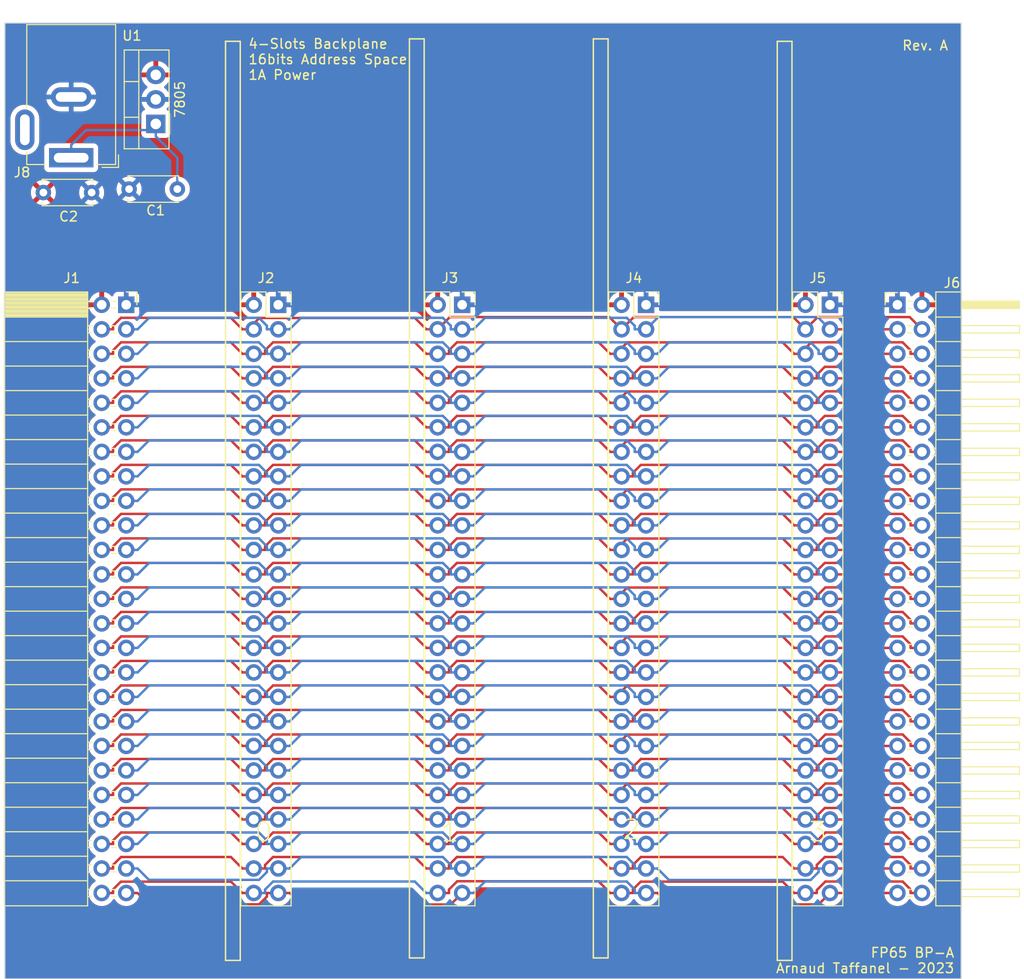
<source format=kicad_pcb>
(kicad_pcb (version 20221018) (generator pcbnew)
  (layers (0 "F.Cu" signal) (31 "B.Cu" signal) (34 "B.Paste" user) (35 "F.Paste" user) (36 "B.SilkS" user "B.Silkscreen") (37 "F.SilkS" user "F.Silkscreen") (38 "B.Mask" user) (39 "F.Mask" user) (44 "Edge.Cuts" user))
  (net 0 "")
  (net 1 "/A15")
  (net 2 "/CLK")
  (net 3 "/A14")
  (net 4 "/~{RES}")
  (net 5 "/A13")
  (net 6 "/~{VP}")
  (net 7 "/A12")
  (net 8 "/RDY")
  (net 9 "/A11")
  (net 10 "/~{IRQ}")
  (net 11 "/A10")
  (net 12 "/~{DMA}")
  (net 13 "/A9")
  (net 14 "/~{ML}")
  (net 15 "/A8")
  (net 16 "/~{NMI}")
  (net 17 "/A7")
  (net 18 "/R{slash}~{W}")
  (net 19 "/A6")
  (net 20 "/SYNC")
  (net 21 "/A5")
  (net 22 "/D7")
  (net 23 "/A4")
  (net 24 "/D6")
  (net 25 "/A3")
  (net 26 "/D5")
  (net 27 "/A2")
  (net 28 "/D4")
  (net 29 "/A1")
  (net 30 "/D3")
  (net 31 "/A0")
  (net 32 "/D2")
  (net 33 "/AEN")
  (net 34 "/D1")
  (net 35 "/~{IRQ_1}")
  (net 36 "/D0")
  (net 37 "/~{IRQ_2}")
  (net 38 "/DEN")
  (net 39 "/~{IRQ_3}")
  (net 40 "/CEN")
  (net 41 "/~{IRQ_4}")
  (net 42 "/USER_0")
  (net 43 "/~{IRQ_5}")
  (net 44 "/USER_1")
  (net 45 "/~{IRQ_6}")
  (net 46 "/~{IO_SEL}")
  (net 47 "/~{IRQ_7}")
  (net 48 "/~{BUS_SEL}")
  (net 49 "VCC")
  (net 50 "GND")
  (net 51 "+12V")
  (footprint "Connector_PinHeader_2.54mm:PinHeader_2x25_P2.54mm_Horizontal" (layer "F.Cu") (at 178.689 56.007)
    (fp_text reference "J6")
    (fp_text value "~")
  )
  (footprint "Connector_BarrelJack:BarrelJack_GCT_DCJ200-10-A_Horizontal" (layer "F.Cu") (at 93.106 40.767 180)
    (fp_text reference "J8")
    (fp_text value "Barrel_Jack_Switch")
  )
  (footprint "Capacitor_THT:C_Disc_D5.0mm_W2.5mm_P5.00mm" (layer "F.Cu") (at 90.225 44.373)
    (fp_text reference "C2")
    (fp_text value "0.33u")
  )
  (footprint "Connector_PinSocket_2.54mm:PinSocket_2x25_P2.54mm_Vertical" (layer "F.Cu") (at 171.704 56.007)
    (fp_text reference "J5")
    (fp_text value "~")
  )
  (footprint "Connector_PinSocket_2.54mm:PinSocket_2x25_P2.54mm_Vertical" (layer "F.Cu") (at 152.654 56.007)
    (fp_text reference "J4")
    (fp_text value "~")
  )
  (footprint "Connector_PinSocket_2.54mm:PinSocket_2x25_P2.54mm_Vertical" (layer "F.Cu") (at 114.554 56.007)
    (fp_text reference "J2")
    (fp_text value "~")
  )
  (footprint "Package_TO_SOT_THT:TO-220-3_Vertical" (layer "F.Cu") (at 101.869 37.261 90)
    (fp_text reference "U1")
    (fp_text value "7805")
  )
  (footprint "Connector_PinSocket_2.54mm:PinSocket_2x25_P2.54mm_Horizontal" (layer "F.Cu") (at 98.806 56.007)
    (fp_text reference "J1")
    (fp_text value "~")
  )
  (footprint "Capacitor_THT:C_Disc_D5.0mm_W2.5mm_P5.00mm" (layer "F.Cu") (at 104.101 44.013 180)
    (fp_text reference "C1")
    (fp_text value "0.33u")
  )
  (footprint "Connector_PinSocket_2.54mm:PinSocket_2x25_P2.54mm_Vertical" (layer "F.Cu") (at 133.604 56.007)
    (fp_text reference "J3")
    (fp_text value "~")
  )
  (gr_line (start 167.767 123.952) (end 166.243 123.952) (stroke (width 0.15)) (layer "F.SilkS"))
  (gr_line (start 128.143 123.698) (end 128.143 28.448) (stroke (width 0.15)) (layer "F.SilkS"))
  (gr_line (start 110.617 123.952) (end 109.093 123.952) (stroke (width 0.15)) (layer "F.SilkS"))
  (gr_line (start 147.193 123.698) (end 147.193 28.448) (stroke (width 0.15)) (layer "F.SilkS"))
  (gr_line (start 147.193 28.448) (end 148.717 28.448) (stroke (width 0.15)) (layer "F.SilkS"))
  (gr_line (start 148.717 123.698) (end 147.193 123.698) (stroke (width 0.15)) (layer "F.SilkS"))
  (gr_line (start 166.243 123.952) (end 166.243 28.702) (stroke (width 0.15)) (layer "F.SilkS"))
  (gr_line (start 109.093 28.702) (end 110.617 28.702) (stroke (width 0.15)) (layer "F.SilkS"))
  (gr_line (start 166.243 28.702) (end 167.767 28.702) (stroke (width 0.15)) (layer "F.SilkS"))
  (gr_line (start 148.717 28.448) (end 148.717 123.698) (stroke (width 0.15)) (layer "F.SilkS"))
  (gr_line (start 129.667 28.448) (end 129.667 123.698) (stroke (width 0.15)) (layer "F.SilkS"))
  (gr_line (start 129.667 123.698) (end 128.143 123.698) (stroke (width 0.15)) (layer "F.SilkS"))
  (gr_line (start 109.093 123.952) (end 109.093 28.702) (stroke (width 0.15)) (layer "F.SilkS"))
  (gr_line (start 167.767 28.702) (end 167.767 123.952) (stroke (width 0.15)) (layer "F.SilkS"))
  (gr_line (start 110.617 28.702) (end 110.617 123.952) (stroke (width 0.15)) (layer "F.SilkS"))
  (gr_line (start 128.143 28.448) (end 129.667 28.448) (stroke (width 0.15)) (layer "F.SilkS"))
  (gr_line (start 86.233 125.857) (end 185.293 125.857) (stroke (width 0.1)) (layer "Edge.Cuts"))
  (gr_line (start 86.233 26.797) (end 185.293 26.797) (stroke (width 0.1)) (layer "Edge.Cuts"))
  (gr_line (start 86.233 26.797) (end 86.233 125.857) (stroke (width 0.1)) (layer "Edge.Cuts"))
  (gr_line (start 185.293 26.797) (end 185.293 125.857) (stroke (width 0.1)) (layer "Edge.Cuts"))
  (gr_text "Rev. A" (at 184.023 29.718) (layer "F.SilkS") (effects (font (size 1 1)) (justify right bottom)))
  (gr_text "0" (at 111.9886 111.8108) (layer "F.SilkS") (effects (font (size 2 2)) (justify left bottom)))
  (gr_text "4-Slots Backplane\n16bits Address Space\n1A Power" (at 111.379 32.766) (layer "F.SilkS") (effects (font (size 1 1)) (justify left bottom)))
  (gr_text "3" (at 169.3926 111.8108) (layer "F.SilkS") (effects (font (size 2 2)) (justify left bottom)))
  (gr_text "FP65 BP-A\nArnaud Taffanel - 2023" (at 184.658 125.349) (layer "F.SilkS") (effects (font (size 1 1)) (justify right bottom)))
  (gr_text "1" (at 131.2926 111.8108) (layer "F.SilkS") (effects (font (size 2 2)) (justify left bottom)))
  (gr_text "2" (at 150.0886 111.5568) (layer "F.SilkS") (effects (font (size 2 2)) (justify left bottom)))
  (segment (start 171.704 58.547) (end 178.689 58.547) (width 0.25) (layer "F.Cu") (net 1))
  (segment (start 132.4271 58.1812) (end 132.4271 58.547) (width 0.25) (layer "B.Cu") (net 1))
  (segment (start 113.3771 58.1812) (end 113.3771 58.547) (width 0.25) (layer "B.Cu") (net 1))
  (segment (start 170.434 57.277) (end 171.704 58.547) (width 0.25) (layer "B.Cu") (net 1))
  (segment (start 135.9715 57.3564) (end 150.6523 57.3564) (width 0.25) (layer "B.Cu") (net 1))
  (segment (start 150.6523 57.3564) (end 151.4771 58.1812) (width 0.25) (layer "B.Cu") (net 1))
  (segment (start 152.654 58.547) (end 151.4771 58.547) (width 0.25) (layer "B.Cu") (net 1))
  (segment (start 151.4771 58.1812) (end 151.4771 58.547) (width 0.25) (layer "B.Cu") (net 1))
  (segment (start 133.604 58.547) (end 134.7809 58.547) (width 0.25) (layer "B.Cu") (net 1))
  (segment (start 114.554 58.547) (end 113.3771 58.547) (width 0.25) (layer "B.Cu") (net 1))
  (segment (start 152.654 58.547) (end 153.924 57.277) (width 0.25) (layer "B.Cu") (net 1))
  (segment (start 133.0156 58.547) (end 132.4271 58.547) (width 0.25) (layer "B.Cu") (net 1))
  (segment (start 131.6023 57.3564) (end 132.4271 58.1812) (width 0.25) (layer "B.Cu") (net 1))
  (segment (start 114.554 58.547) (end 115.7309 58.547) (width 0.25) (layer "B.Cu") (net 1))
  (segment (start 98.806 58.547) (end 99.9829 58.547) (width 0.25) (layer "B.Cu") (net 1))
  (segment (start 134.7809 58.547) (end 135.9715 57.3564) (width 0.25) (layer "B.Cu") (net 1))
  (segment (start 101.1735 57.3564) (end 112.5523 57.3564) (width 0.25) (layer "B.Cu") (net 1))
  (segment (start 133.0156 58.547) (end 133.604 58.547) (width 0.25) (layer "B.Cu") (net 1))
  (segment (start 112.5523 57.3564) (end 113.3771 58.1812) (width 0.25) (layer "B.Cu") (net 1))
  (segment (start 115.7309 58.547) (end 116.9215 57.3564) (width 0.25) (layer "B.Cu") (net 1))
  (segment (start 99.9829 58.547) (end 101.1735 57.3564) (width 0.25) (layer "B.Cu") (net 1))
  (segment (start 153.924 57.277) (end 170.434 57.277) (width 0.25) (layer "B.Cu") (net 1))
  (segment (start 116.9215 57.3564) (end 131.6023 57.3564) (width 0.25) (layer "B.Cu") (net 1))
  (segment (start 111.4256 58.547) (end 112.6025 57.3701) (width 0.25) (layer "F.Cu") (net 2))
  (segment (start 150.114 58.547) (end 151.384 57.277) (width 0.25) (layer "F.Cu") (net 2))
  (segment (start 179.959 57.277) (end 181.229 58.547) (width 0.25) (layer "F.Cu") (net 2))
  (segment (start 170.434 57.277) (end 179.959 57.277) (width 0.25) (layer "F.Cu") (net 2))
  (segment (start 110.8371 58.547) (end 109.6444 57.3543) (width 0.25) (layer "F.Cu") (net 2))
  (segment (start 151.384 57.277) (end 167.894 57.277) (width 0.25) (layer "F.Cu") (net 2))
  (segment (start 97.4429 58.1812) (end 97.4429 58.547) (width 0.25) (layer "F.Cu") (net 2))
  (segment (start 167.894 57.277) (end 169.164 58.547) (width 0.25) (layer "F.Cu") (net 2))
  (segment (start 111.4256 58.547) (end 110.8371 58.547) (width 0.25) (layer "F.Cu") (net 2))
  (segment (start 109.6444 57.3543) (end 98.2698 57.3543) (width 0.25) (layer "F.Cu") (net 2))
  (segment (start 112.6025 57.3701) (end 128.7102 57.3701) (width 0.25) (layer "F.Cu") (net 2))
  (segment (start 98.2698 57.3543) (end 97.4429 58.1812) (width 0.25) (layer "F.Cu") (net 2))
  (segment (start 131.064 58.547) (end 132.334 57.277) (width 0.25) (layer "F.Cu") (net 2))
  (segment (start 169.164 58.547) (end 170.434 57.277) (width 0.25) (layer "F.Cu") (net 2))
  (segment (start 131.064 58.547) (end 129.8871 58.547) (width 0.25) (layer "F.Cu") (net 2))
  (segment (start 132.334 57.277) (end 148.844 57.277) (width 0.25) (layer "F.Cu") (net 2))
  (segment (start 148.844 57.277) (end 150.114 58.547) (width 0.25) (layer "F.Cu") (net 2))
  (segment (start 96.266 58.547) (end 97.4429 58.547) (width 0.25) (layer "F.Cu") (net 2))
  (segment (start 128.7102 57.3701) (end 129.8871 58.547) (width 0.25) (layer "F.Cu") (net 2))
  (segment (start 112.014 58.547) (end 111.4256 58.547) (width 0.25) (layer "F.Cu") (net 2))
  (segment (start 178.689 61.087) (end 171.704 61.087) (width 0.25) (layer "F.Cu") (net 3))
  (segment (start 150.6523 59.8964) (end 151.4771 60.7212) (width 0.25) (layer "B.Cu") (net 3))
  (segment (start 116.9215 59.8964) (end 131.6023 59.8964) (width 0.25) (layer "B.Cu") (net 3))
  (segment (start 152.0656 61.087) (end 151.4771 61.087) (width 0.25) (layer "B.Cu") (net 3))
  (segment (start 134.7809 61.087) (end 135.9715 59.8964) (width 0.25) (layer "B.Cu") (net 3))
  (segment (start 151.4771 60.7212) (end 151.4771 61.087) (width 0.25) (layer "B.Cu") (net 3))
  (segment (start 152.654 61.087) (end 153.8309 61.087) (width 0.25) (layer "B.Cu") (net 3))
  (segment (start 171.704 61.087) (end 170.5271 61.087) (width 0.25) (layer "B.Cu") (net 3))
  (segment (start 170.5271 60.7212) (end 170.5271 61.087) (width 0.25) (layer "B.Cu") (net 3))
  (segment (start 132.4271 60.7212) (end 132.4271 61.087) (width 0.25) (layer "B.Cu") (net 3))
  (segment (start 112.5523 59.8964) (end 113.3771 60.7212) (width 0.25) (layer "B.Cu") (net 3))
  (segment (start 133.604 61.087) (end 132.4271 61.087) (width 0.25) (layer "B.Cu") (net 3))
  (segment (start 113.3771 60.7212) (end 113.3771 61.087) (width 0.25) (layer "B.Cu") (net 3))
  (segment (start 101.1735 59.8964) (end 112.5523 59.8964) (width 0.25) (layer "B.Cu") (net 3))
  (segment (start 135.9715 59.8964) (end 150.6523 59.8964) (width 0.25) (layer "B.Cu") (net 3))
  (segment (start 114.554 61.087) (end 115.7309 61.087) (width 0.25) (layer "B.Cu") (net 3))
  (segment (start 133.604 61.087) (end 134.7809 61.087) (width 0.25) (layer "B.Cu") (net 3))
  (segment (start 152.0656 61.087) (end 152.654 61.087) (width 0.25) (layer "B.Cu") (net 3))
  (segment (start 153.8309 61.087) (end 155.0215 59.8964) (width 0.25) (layer "B.Cu") (net 3))
  (segment (start 99.9829 61.087) (end 101.1735 59.8964) (width 0.25) (layer "B.Cu") (net 3))
  (segment (start 98.806 61.087) (end 99.9829 61.087) (width 0.25) (layer "B.Cu") (net 3))
  (segment (start 114.554 61.087) (end 113.3771 61.087) (width 0.25) (layer "B.Cu") (net 3))
  (segment (start 155.0215 59.8964) (end 169.7023 59.8964) (width 0.25) (layer "B.Cu") (net 3))
  (segment (start 169.7023 59.8964) (end 170.5271 60.7212) (width 0.25) (layer "B.Cu") (net 3))
  (segment (start 131.6023 59.8964) (end 132.4271 60.7212) (width 0.25) (layer "B.Cu") (net 3))
  (segment (start 115.7309 61.087) (end 116.9215 59.8964) (width 0.25) (layer "B.Cu") (net 3))
  (segment (start 147.7465 59.8964) (end 148.9371 61.087) (width 0.25) (layer "F.Cu") (net 4))
  (segment (start 98.2677 59.8964) (end 97.4429 60.7212) (width 0.25) (layer "F.Cu") (net 4))
  (segment (start 149.5256 61.087) (end 150.7105 59.9021) (width 0.25) (layer "F.Cu") (net 4))
  (segment (start 113.1909 60.7212) (end 113.1909 61.087) (width 0.25) (layer "F.Cu") (net 4))
  (segment (start 112.014 61.087) (end 113.1909 61.087) (width 0.25) (layer "F.Cu") (net 4))
  (segment (start 112.014 61.087) (end 110.8371 61.087) (width 0.25) (layer "F.Cu") (net 4))
  (segment (start 181.229 61.087) (end 180.0521 61.087) (width 0.25) (layer "F.Cu") (net 4))
  (segment (start 133.0637 59.8964) (end 147.7465 59.8964) (width 0.25) (layer "F.Cu") (net 4))
  (segment (start 168.5756 61.087) (end 167.9871 61.087) (width 0.25) (layer "F.Cu") (net 4))
  (segment (start 132.2409 60.7192) (end 133.0637 59.8964) (width 0.25) (layer "F.Cu") (net 4))
  (segment (start 114.0157 59.8964) (end 113.1909 60.7212) (width 0.25) (layer "F.Cu") (net 4))
  (segment (start 109.6465 59.8964) (end 98.2677 59.8964) (width 0.25) (layer "F.Cu") (net 4))
  (segment (start 180.0521 60.7212) (end 180.0521 61.087) (width 0.25) (layer "F.Cu") (net 4))
  (segment (start 166.8022 59.9021) (end 167.9871 61.087) (width 0.25) (layer "F.Cu") (net 4))
  (segment (start 129.8871 61.087) (end 128.6965 59.8964) (width 0.25) (layer "F.Cu") (net 4))
  (segment (start 150.114 61.087) (end 149.5256 61.087) (width 0.25) (layer "F.Cu") (net 4))
  (segment (start 169.164 61.087) (end 168.5756 61.087) (width 0.25) (layer "F.Cu") (net 4))
  (segment (start 96.266 61.087) (end 97.4429 61.087) (width 0.25) (layer "F.Cu") (net 4))
  (segment (start 132.2409 61.087) (end 132.2409 60.7192) (width 0.25) (layer "F.Cu") (net 4))
  (segment (start 110.8371 61.087) (end 109.6465 59.8964) (width 0.25) (layer "F.Cu") (net 4))
  (segment (start 128.6965 59.8964) (end 114.0157 59.8964) (width 0.25) (layer "F.Cu") (net 4))
  (segment (start 131.6525 61.087) (end 131.064 61.087) (width 0.25) (layer "F.Cu") (net 4))
  (segment (start 168.5756 61.087) (end 169.7662 59.8964) (width 0.25) (layer "F.Cu") (net 4))
  (segment (start 149.5256 61.087) (end 148.9371 61.087) (width 0.25) (layer "F.Cu") (net 4))
  (segment (start 131.6525 61.087) (end 132.2409 61.087) (width 0.25) (layer "F.Cu") (net 4))
  (segment (start 179.2273 59.8964) (end 180.0521 60.7212) (width 0.25) (layer "F.Cu") (net 4))
  (segment (start 131.064 61.087) (end 129.8871 61.087) (width 0.25) (layer "F.Cu") (net 4))
  (segment (start 169.7662 59.8964) (end 179.2273 59.8964) (width 0.25) (layer "F.Cu") (net 4))
  (segment (start 97.4429 60.7212) (end 97.4429 61.087) (width 0.25) (layer "F.Cu") (net 4))
  (segment (start 150.7105 59.9021) (end 166.8022 59.9021) (width 0.25) (layer "F.Cu") (net 4))
  (segment (start 171.704 63.627) (end 178.689 63.627) (width 0.25) (layer "F.Cu") (net 5))
  (segment (start 99.9829 63.627) (end 101.1735 62.4364) (width 0.25) (layer "B.Cu") (net 5))
  (segment (start 115.7309 63.627) (end 116.9215 62.4364) (width 0.25) (layer "B.Cu") (net 5))
  (segment (start 112.5523 62.4364) (end 113.3771 63.2612) (width 0.25) (layer "B.Cu") (net 5))
  (segment (start 155.0215 62.4364) (end 169.7023 62.4364) (width 0.25) (layer "B.Cu") (net 5))
  (segment (start 114.554 63.627) (end 115.7309 63.627) (width 0.25) (layer "B.Cu") (net 5))
  (segment (start 151.4771 63.2612) (end 151.4771 63.627) (width 0.25) (layer "B.Cu") (net 5))
  (segment (start 133.604 63.627) (end 134.7809 63.627) (width 0.25) (layer "B.Cu") (net 5))
  (segment (start 152.0656 63.627) (end 152.654 63.627) (width 0.25) (layer "B.Cu") (net 5))
  (segment (start 152.0656 63.627) (end 151.4771 63.627) (width 0.25) (layer "B.Cu") (net 5))
  (segment (start 98.806 63.627) (end 99.9829 63.627) (width 0.25) (layer "B.Cu") (net 5))
  (segment (start 116.9215 62.4364) (end 131.6023 62.4364) (width 0.25) (layer "B.Cu") (net 5))
  (segment (start 113.3771 63.2612) (end 113.3771 63.627) (width 0.25) (layer "B.Cu") (net 5))
  (segment (start 132.4271 63.2612) (end 132.4271 63.627) (width 0.25) (layer "B.Cu") (net 5))
  (segment (start 134.7809 63.627) (end 135.9715 62.4364) (width 0.25) (layer "B.Cu") (net 5))
  (segment (start 135.9715 62.4364) (end 150.6523 62.4364) (width 0.25) (layer "B.Cu") (net 5))
  (segment (start 133.604 63.627) (end 132.4271 63.627) (width 0.25) (layer "B.Cu") (net 5))
  (segment (start 171.704 63.627) (end 170.5271 63.627) (width 0.25) (layer "B.Cu") (net 5))
  (segment (start 131.6023 62.4364) (end 132.4271 63.2612) (width 0.25) (layer "B.Cu") (net 5))
  (segment (start 150.6523 62.4364) (end 151.4771 63.2612) (width 0.25) (layer "B.Cu") (net 5))
  (segment (start 101.1735 62.4364) (end 112.5523 62.4364) (width 0.25) (layer "B.Cu") (net 5))
  (segment (start 114.554 63.627) (end 113.3771 63.627) (width 0.25) (layer "B.Cu") (net 5))
  (segment (start 170.5271 63.2612) (end 170.5271 63.627) (width 0.25) (layer "B.Cu") (net 5))
  (segment (start 169.7023 62.4364) (end 170.5271 63.2612) (width 0.25) (layer "B.Cu") (net 5))
  (segment (start 153.8309 63.627) (end 155.0215 62.4364) (width 0.25) (layer "B.Cu") (net 5))
  (segment (start 152.654 63.627) (end 153.8309 63.627) (width 0.25) (layer "B.Cu") (net 5))
  (segment (start 179.2273 62.4364) (end 180.0521 63.2612) (width 0.25) (layer "F.Cu") (net 6))
  (segment (start 150.114 63.627) (end 148.9371 63.627) (width 0.25) (layer "F.Cu") (net 6))
  (segment (start 169.164 63.627) (end 167.9871 63.627) (width 0.25) (layer "F.Cu") (net 6))
  (segment (start 181.229 63.627) (end 180.0521 63.627) (width 0.25) (layer "F.Cu") (net 6))
  (segment (start 166.7965 62.4364) (end 152.1157 62.4364) (width 0.25) (layer "F.Cu") (net 6))
  (segment (start 112.014 63.627) (end 113.1909 63.627) (width 0.25) (layer "F.Cu") (net 6))
  (segment (start 167.9871 63.627) (end 166.7965 62.4364) (width 0.25) (layer "F.Cu") (net 6))
  (segment (start 128.6965 62.4364) (end 129.8871 63.627) (width 0.25) (layer "F.Cu") (net 6))
  (segment (start 131.064 63.627) (end 132.2409 63.627) (width 0.25) (layer "F.Cu") (net 6))
  (segment (start 109.6465 62.4364) (end 98.2677 62.4364) (width 0.25) (layer "F.Cu") (net 6))
  (segment (start 113.1909 63.2612) (end 114.0157 62.4364) (width 0.25) (layer "F.Cu") (net 6))
  (segment (start 113.1909 63.627) (end 113.1909 63.2612) (width 0.25) (layer "F.Cu") (net 6))
  (segment (start 132.2409 63.627) (end 132.2409 63.2592) (width 0.25) (layer "F.Cu") (net 6))
  (segment (start 132.2409 63.2592) (end 133.0637 62.4364) (width 0.25) (layer "F.Cu") (net 6))
  (segment (start 98.2677 62.4364) (end 97.4429 63.2612) (width 0.25) (layer "F.Cu") (net 6))
  (segment (start 112.014 63.627) (end 110.8371 63.627) (width 0.25) (layer "F.Cu") (net 6))
  (segment (start 170.3409 63.2592) (end 171.1637 62.4364) (width 0.25) (layer "F.Cu") (net 6))
  (segment (start 96.266 63.627) (end 97.4429 63.627) (width 0.25) (layer "F.Cu") (net 6))
  (segment (start 152.1157 62.4364) (end 151.2909 63.2612) (width 0.25) (layer "F.Cu") (net 6))
  (segment (start 150.114 63.627) (end 151.2909 63.627) (width 0.25) (layer "F.Cu") (net 6))
  (segment (start 110.8371 63.627) (end 109.6465 62.4364) (width 0.25) (layer "F.Cu") (net 6))
  (segment (start 131.064 63.627) (end 129.8871 63.627) (width 0.25) (layer "F.Cu") (net 6))
  (segment (start 133.0637 62.4364) (end 147.7465 62.4364) (width 0.25) (layer "F.Cu") (net 6))
  (segment (start 147.7465 62.4364) (end 148.9371 63.627) (width 0.25) (layer "F.Cu") (net 6))
  (segment (start 169.7525 63.627) (end 170.3409 63.627) (width 0.25) (layer "F.Cu") (net 6))
  (segment (start 114.0157 62.4364) (end 128.6965 62.4364) (width 0.25) (layer "F.Cu") (net 6))
  (segment (start 171.1637 62.4364) (end 179.2273 62.4364) (width 0.25) (layer "F.Cu") (net 6))
  (segment (start 151.2909 63.2612) (end 151.2909 63.627) (width 0.25) (layer "F.Cu") (net 6))
  (segment (start 170.3409 63.627) (end 170.3409 63.2592) (width 0.25) (layer "F.Cu") (net 6))
  (segment (start 169.7525 63.627) (end 169.164 63.627) (width 0.25) (layer "F.Cu") (net 6))
  (segment (start 97.4429 63.2612) (end 97.4429 63.627) (width 0.25) (layer "F.Cu") (net 6))
  (segment (start 180.0521 63.2612) (end 180.0521 63.627) (width 0.25) (layer "F.Cu") (net 6))
  (segment (start 178.689 66.167) (end 171.704 66.167) (width 0.25) (layer "F.Cu") (net 7))
  (segment (start 153.8309 66.167) (end 155.0215 64.9764) (width 0.25) (layer "B.Cu") (net 7))
  (segment (start 116.9215 64.9764) (end 131.6023 64.9764) (width 0.25) (layer "B.Cu") (net 7))
  (segment (start 101.1735 64.9764) (end 112.5523 64.9764) (width 0.25) (layer "B.Cu") (net 7))
  (segment (start 150.6523 64.9764) (end 151.4771 65.8012) (width 0.25) (layer "B.Cu") (net 7))
  (segment (start 132.4271 65.8012) (end 132.4271 66.167) (width 0.25) (layer "B.Cu") (net 7))
  (segment (start 114.554 66.167) (end 115.7309 66.167) (width 0.25) (layer "B.Cu") (net 7))
  (segment (start 113.3771 65.8012) (end 113.3771 66.167) (width 0.25) (layer "B.Cu") (net 7))
  (segment (start 133.604 66.167) (end 134.7809 66.167) (width 0.25) (layer "B.Cu") (net 7))
  (segment (start 112.5523 64.9764) (end 113.3771 65.8012) (width 0.25) (layer "B.Cu") (net 7))
  (segment (start 135.9715 64.9764) (end 150.6523 64.9764) (width 0.25) (layer "B.Cu") (net 7))
  (segment (start 152.0656 66.167) (end 152.654 66.167) (width 0.25) (layer "B.Cu") (net 7))
  (segment (start 115.7309 66.167) (end 116.9215 64.9764) (width 0.25) (layer "B.Cu") (net 7))
  (segment (start 151.4771 65.8012) (end 151.4771 66.167) (width 0.25) (layer "B.Cu") (net 7))
  (segment (start 98.806 66.167) (end 99.9829 66.167) (width 0.25) (layer "B.Cu") (net 7))
  (segment (start 114.554 66.167) (end 113.3771 66.167) (width 0.25) (layer "B.Cu") (net 7))
  (segment (start 170.5271 65.8012) (end 170.5271 66.167) (width 0.25) (layer "B.Cu") (net 7))
  (segment (start 152.654 66.167) (end 153.8309 66.167) (width 0.25) (layer "B.Cu") (net 7))
  (segment (start 99.9829 66.167) (end 101.1735 64.9764) (width 0.25) (layer "B.Cu") (net 7))
  (segment (start 152.0656 66.167) (end 151.4771 66.167) (width 0.25) (layer "B.Cu") (net 7))
  (segment (start 134.7809 66.167) (end 135.9715 64.9764) (width 0.25) (layer "B.Cu") (net 7))
  (segment (start 169.7023 64.9764) (end 170.5271 65.8012) (width 0.25) (layer "B.Cu") (net 7))
  (segment (start 171.704 66.167) (end 170.5271 66.167) (width 0.25) (layer "B.Cu") (net 7))
  (segment (start 133.604 66.167) (end 132.4271 66.167) (width 0.25) (layer "B.Cu") (net 7))
  (segment (start 155.0215 64.9764) (end 169.7023 64.9764) (width 0.25) (layer "B.Cu") (net 7))
  (segment (start 131.6023 64.9764) (end 132.4271 65.8012) (width 0.25) (layer "B.Cu") (net 7))
  (segment (start 171.2277 64.9764) (end 179.2273 64.9764) (width 0.25) (layer "F.Cu") (net 8))
  (segment (start 150.7032 64.9894) (end 166.8095 64.9894) (width 0.25) (layer "F.Cu") (net 8))
  (segment (start 112.014 66.167) (end 110.8371 66.167) (width 0.25) (layer "F.Cu") (net 8))
  (segment (start 129.8871 66.167) (end 128.6965 64.9764) (width 0.25) (layer "F.Cu") (net 8))
  (segment (start 96.266 66.167) (end 97.4429 66.167) (width 0.25) (layer "F.Cu") (net 8))
  (segment (start 131.064 66.167) (end 129.8871 66.167) (width 0.25) (layer "F.Cu") (net 8))
  (segment (start 133.0637 64.9764) (end 147.7465 64.9764) (width 0.25) (layer "F.Cu") (net 8))
  (segment (start 112.014 66.167) (end 113.1909 66.167) (width 0.25) (layer "F.Cu") (net 8))
  (segment (start 113.1909 65.8012) (end 113.1909 66.167) (width 0.25) (layer "F.Cu") (net 8))
  (segment (start 169.164 66.167) (end 170.3409 66.167) (width 0.25) (layer "F.Cu") (net 8))
  (segment (start 179.2273 64.9764) (end 180.0521 65.8012) (width 0.25) (layer "F.Cu") (net 8))
  (segment (start 110.8371 66.167) (end 109.6465 64.9764) (width 0.25) (layer "F.Cu") (net 8))
  (segment (start 180.0521 65.8012) (end 180.0521 66.167) (width 0.25) (layer "F.Cu") (net 8))
  (segment (start 150.114 66.167) (end 149.5256 66.167) (width 0.25) (layer "F.Cu") (net 8))
  (segment (start 98.2677 64.9764) (end 97.4429 65.8012) (width 0.25) (layer "F.Cu") (net 8))
  (segment (start 149.5256 66.167) (end 150.7032 64.9894) (width 0.25) (layer "F.Cu") (net 8))
  (segment (start 170.3409 65.8632) (end 171.2277 64.9764) (width 0.25) (layer "F.Cu") (net 8))
  (segment (start 132.2409 65.7992) (end 133.0637 64.9764) (width 0.25) (layer "F.Cu") (net 8))
  (segment (start 181.229 66.167) (end 180.0521 66.167) (width 0.25) (layer "F.Cu") (net 8))
  (segment (start 114.0157 64.9764) (end 113.1909 65.8012) (width 0.25) (layer "F.Cu") (net 8))
  (segment (start 147.7465 64.9764) (end 148.9371 66.167) (width 0.25) (layer "F.Cu") (net 8))
  (segment (start 149.5256 66.167) (end 148.9371 66.167) (width 0.25) (layer "F.Cu") (net 8))
  (segment (start 109.6465 64.9764) (end 98.2677 64.9764) (width 0.25) (layer "F.Cu") (net 8))
  (segment (start 128.6965 64.9764) (end 114.0157 64.9764) (width 0.25) (layer "F.Cu") (net 8))
  (segment (start 97.4429 65.8012) (end 97.4429 66.167) (width 0.25) (layer "F.Cu") (net 8))
  (segment (start 132.2409 66.167) (end 132.2409 65.7992) (width 0.25) (layer "F.Cu") (net 8))
  (segment (start 169.164 66.167) (end 167.9871 66.167) (width 0.25) (layer "F.Cu") (net 8))
  (segment (start 170.3409 66.167) (end 170.3409 65.8632) (width 0.25) (layer "F.Cu") (net 8))
  (segment (start 131.6525 66.167) (end 132.2409 66.167) (width 0.25) (layer "F.Cu") (net 8))
  (segment (start 131.6525 66.167) (end 131.064 66.167) (width 0.25) (layer "F.Cu") (net 8))
  (segment (start 166.8095 64.9894) (end 167.9871 66.167) (width 0.25) (layer "F.Cu") (net 8))
  (segment (start 171.704 68.707) (end 178.689 68.707) (width 0.25) (layer "F.Cu") (net 9))
  (segment (start 171.704 68.707) (end 170.5271 68.707) (width 0.25) (layer "B.Cu") (net 9))
  (segment (start 133.604 68.707) (end 132.4271 68.707) (width 0.25) (layer "B.Cu") (net 9))
  (segment (start 155.0215 67.5164) (end 169.7023 67.5164) (width 0.25) (layer "B.Cu") (net 9))
  (segment (start 131.6023 67.5164) (end 132.4271 68.3412) (width 0.25) (layer "B.Cu") (net 9))
  (segment (start 152.0656 68.707) (end 151.4771 68.707) (width 0.25) (layer "B.Cu") (net 9))
  (segment (start 132.4271 68.3412) (end 132.4271 68.707) (width 0.25) (layer "B.Cu") (net 9))
  (segment (start 135.9715 67.5164) (end 150.6523 67.5164) (width 0.25) (layer "B.Cu") (net 9))
  (segment (start 133.604 68.707) (end 134.7809 68.707) (width 0.25) (layer "B.Cu") (net 9))
  (segment (start 153.8309 68.707) (end 155.0215 67.5164) (width 0.25) (layer "B.Cu") (net 9))
  (segment (start 114.554 68.707) (end 113.3771 68.707) (width 0.25) (layer "B.Cu") (net 9))
  (segment (start 150.6523 67.5164) (end 151.4771 68.3412) (width 0.25) (layer "B.Cu") (net 9))
  (segment (start 169.7023 67.5164) (end 170.5271 68.3412) (width 0.25) (layer "B.Cu") (net 9))
  (segment (start 152.0656 68.707) (end 152.654 68.707) (width 0.25) (layer "B.Cu") (net 9))
  (segment (start 101.1735 67.5164) (end 112.5523 67.5164) (width 0.25) (layer "B.Cu") (net 9))
  (segment (start 98.806 68.707) (end 99.9829 68.707) (width 0.25) (layer "B.Cu") (net 9))
  (segment (start 114.554 68.707) (end 115.7309 68.707) (width 0.25) (layer "B.Cu") (net 9))
  (segment (start 170.5271 68.3412) (end 170.5271 68.707) (width 0.25) (layer "B.Cu") (net 9))
  (segment (start 112.5523 67.5164) (end 113.3771 68.3412) (width 0.25) (layer "B.Cu") (net 9))
  (segment (start 115.7309 68.707) (end 116.9215 67.5164) (width 0.25) (layer "B.Cu") (net 9))
  (segment (start 99.9829 68.707) (end 101.1735 67.5164) (width 0.25) (layer "B.Cu") (net 9))
  (segment (start 116.9215 67.5164) (end 131.6023 67.5164) (width 0.25) (layer "B.Cu") (net 9))
  (segment (start 134.7809 68.707) (end 135.9715 67.5164) (width 0.25) (layer "B.Cu") (net 9))
  (segment (start 113.3771 68.3412) (end 113.3771 68.707) (width 0.25) (layer "B.Cu") (net 9))
  (segment (start 151.4771 68.3412) (end 151.4771 68.707) (width 0.25) (layer "B.Cu") (net 9))
  (segment (start 152.654 68.707) (end 153.8309 68.707) (width 0.25) (layer "B.Cu") (net 9))
  (segment (start 132.2409 68.3392) (end 133.0637 67.5164) (width 0.25) (layer "F.Cu") (net 10))
  (segment (start 150.114 68.707) (end 148.9371 68.707) (width 0.25) (layer "F.Cu") (net 10))
  (segment (start 166.7965 67.5164) (end 152.1157 67.5164) (width 0.25) (layer "F.Cu") (net 10))
  (segment (start 114.0157 67.5164) (end 128.6965 67.5164) (width 0.25) (layer "F.Cu") (net 10))
  (segment (start 150.114 68.707) (end 151.2909 68.707) (width 0.25) (layer "F.Cu") (net 10))
  (segment (start 151.2909 68.3412) (end 151.2909 68.707) (width 0.25) (layer "F.Cu") (net 10))
  (segment (start 98.2677 67.5164) (end 97.4429 68.3412) (width 0.25) (layer "F.Cu") (net 10))
  (segment (start 169.164 68.707) (end 167.9871 68.707) (width 0.25) (layer "F.Cu") (net 10))
  (segment (start 167.9871 68.707) (end 166.7965 67.5164) (width 0.25) (layer "F.Cu") (net 10))
  (segment (start 112.014 68.707) (end 110.8371 68.707) (width 0.25) (layer "F.Cu") (net 10))
  (segment (start 96.266 68.707) (end 97.4429 68.707) (width 0.25) (layer "F.Cu") (net 10))
  (segment (start 133.0637 67.5164) (end 147.7465 67.5164) (width 0.25) (layer "F.Cu") (net 10))
  (segment (start 112.014 68.707) (end 113.1909 68.707) (width 0.25) (layer "F.Cu") (net 10))
  (segment (start 180.0521 68.3412) (end 180.0521 68.707) (width 0.25) (layer "F.Cu") (net 10))
  (segment (start 97.4429 68.3412) (end 97.4429 68.707) (width 0.25) (layer "F.Cu") (net 10))
  (segment (start 113.1909 68.3412) (end 114.0157 67.5164) (width 0.25) (layer "F.Cu") (net 10))
  (segment (start 152.1157 67.5164) (end 151.2909 68.3412) (width 0.25) (layer "F.Cu") (net 10))
  (segment (start 179.2273 67.5164) (end 180.0521 68.3412) (width 0.25) (layer "F.Cu") (net 10))
  (segment (start 131.064 68.707) (end 129.8871 68.707) (width 0.25) (layer "F.Cu") (net 10))
  (segment (start 131.064 68.707) (end 132.2409 68.707) (width 0.25) (layer "F.Cu") (net 10))
  (segment (start 110.8371 68.707) (end 109.6465 67.5164) (width 0.25) (layer "F.Cu") (net 10))
  (segment (start 113.1909 68.707) (end 113.1909 68.3412) (width 0.25) (layer "F.Cu") (net 10))
  (segment (start 128.6965 67.5164) (end 129.8871 68.707) (width 0.25) (layer "F.Cu") (net 10))
  (segment (start 170.3409 68.3392) (end 171.1637 67.5164) (width 0.25) (layer "F.Cu") (net 10))
  (segment (start 181.229 68.707) (end 180.0521 68.707) (width 0.25) (layer "F.Cu") (net 10))
  (segment (start 132.2409 68.707) (end 132.2409 68.3392) (width 0.25) (layer "F.Cu") (net 10))
  (segment (start 171.1637 67.5164) (end 179.2273 67.5164) (width 0.25) (layer "F.Cu") (net 10))
  (segment (start 147.7465 67.5164) (end 148.9371 68.707) (width 0.25) (layer "F.Cu") (net 10))
  (segment (start 170.3409 68.707) (end 170.3409 68.3392) (width 0.25) (layer "F.Cu") (net 10))
  (segment (start 169.7525 68.707) (end 170.3409 68.707) (width 0.25) (layer "F.Cu") (net 10))
  (segment (start 109.6465 67.5164) (end 98.2677 67.5164) (width 0.25) (layer "F.Cu") (net 10))
  (segment (start 169.7525 68.707) (end 169.164 68.707) (width 0.25) (layer "F.Cu") (net 10))
  (segment (start 178.689 71.247) (end 171.704 71.247) (width 0.25) (layer "F.Cu") (net 11))
  (segment (start 114.554 71.247) (end 115.7309 71.247) (width 0.25) (layer "B.Cu") (net 11))
  (segment (start 151.4771 70.8812) (end 151.4771 71.247) (width 0.25) (layer "B.Cu") (net 11))
  (segment (start 155.0215 70.0564) (end 169.7023 70.0564) (width 0.25) (layer "B.Cu") (net 11))
  (segment (start 112.5523 70.0564) (end 113.3771 70.8812) (width 0.25) (layer "B.Cu") (net 11))
  (segment (start 113.3771 70.8812) (end 113.3771 71.247) (width 0.25) (layer "B.Cu") (net 11))
  (segment (start 150.6523 70.0564) (end 151.4771 70.8812) (width 0.25) (layer "B.Cu") (net 11))
  (segment (start 116.9215 70.0564) (end 131.6023 70.0564) (width 0.25) (layer "B.Cu") (net 11))
  (segment (start 101.1735 70.0564) (end 112.5523 70.0564) (width 0.25) (layer "B.Cu") (net 11))
  (segment (start 134.7809 71.247) (end 135.9715 70.0564) (width 0.25) (layer "B.Cu") (net 11))
  (segment (start 152.0656 71.247) (end 151.4771 71.247) (width 0.25) (layer "B.Cu") (net 11))
  (segment (start 133.604 71.247) (end 134.7809 71.247) (width 0.25) (layer "B.Cu") (net 11))
  (segment (start 152.0656 71.247) (end 152.654 71.247) (width 0.25) (layer "B.Cu") (net 11))
  (segment (start 132.4271 70.8812) (end 132.4271 71.247) (width 0.25) (layer "B.Cu") (net 11))
  (segment (start 133.604 71.247) (end 132.4271 71.247) (width 0.25) (layer "B.Cu") (net 11))
  (segment (start 153.8309 71.247) (end 155.0215 70.0564) (width 0.25) (layer "B.Cu") (net 11))
  (segment (start 169.7023 70.0564) (end 170.5271 70.8812) (width 0.25) (layer "B.Cu") (net 11))
  (segment (start 115.7309 71.247) (end 116.9215 70.0564) (width 0.25) (layer "B.Cu") (net 11))
  (segment (start 99.9829 71.247) (end 101.1735 70.0564) (width 0.25) (layer "B.Cu") (net 11))
  (segment (start 131.6023 70.0564) (end 132.4271 70.8812) (width 0.25) (layer "B.Cu") (net 11))
  (segment (start 98.806 71.247) (end 99.9829 71.247) (width 0.25) (layer "B.Cu") (net 11))
  (segment (start 170.5271 70.8812) (end 170.5271 71.247) (width 0.25) (layer "B.Cu") (net 11))
  (segment (start 114.554 71.247) (end 113.3771 71.247) (width 0.25) (layer "B.Cu") (net 11))
  (segment (start 152.654 71.247) (end 153.8309 71.247) (width 0.25) (layer "B.Cu") (net 11))
  (segment (start 171.704 71.247) (end 170.5271 71.247) (width 0.25) (layer "B.Cu") (net 11))
  (segment (start 135.9715 70.0564) (end 150.6523 70.0564) (width 0.25) (layer "B.Cu") (net 11))
  (segment (start 166.8095 70.0694) (end 167.9871 71.247) (width 0.25) (layer "F.Cu") (net 12))
  (segment (start 132.2409 70.8792) (end 133.0637 70.0564) (width 0.25) (layer "F.Cu") (net 12))
  (segment (start 131.6525 71.247) (end 132.2409 71.247) (width 0.25) (layer "F.Cu") (net 12))
  (segment (start 97.4429 70.8812) (end 97.4429 71.247) (width 0.25) (layer "F.Cu") (net 12))
  (segment (start 98.2677 70.0564) (end 97.4429 70.8812) (width 0.25) (layer "F.Cu") (net 12))
  (segment (start 147.7465 70.0564) (end 148.9371 71.247) (width 0.25) (layer "F.Cu") (net 12))
  (segment (start 170.3409 71.247) (end 170.3409 70.9432) (width 0.25) (layer "F.Cu") (net 12))
  (segment (start 150.114 71.247) (end 149.5256 71.247) (width 0.25) (layer "F.Cu") (net 12))
  (segment (start 180.0521 70.8812) (end 180.0521 71.247) (width 0.25) (layer "F.Cu") (net 12))
  (segment (start 149.5256 71.247) (end 150.7032 70.0694) (width 0.25) (layer "F.Cu") (net 12))
  (segment (start 96.266 71.247) (end 97.4429 71.247) (width 0.25) (layer "F.Cu") (net 12))
  (segment (start 149.5256 71.247) (end 148.9371 71.247) (width 0.25) (layer "F.Cu") (net 12))
  (segment (start 179.2273 70.0564) (end 180.0521 70.8812) (width 0.25) (layer "F.Cu") (net 12))
  (segment (start 150.7032 70.0694) (end 166.8095 70.0694) (width 0.25) (layer "F.Cu") (net 12))
  (segment (start 110.8371 71.247) (end 109.6465 70.0564) (width 0.25) (layer "F.Cu") (net 12))
  (segment (start 131.064 71.247) (end 129.8871 71.247) (width 0.25) (layer "F.Cu") (net 12))
  (segment (start 112.014 71.247) (end 113.1909 71.247) (width 0.25) (layer "F.Cu") (net 12))
  (segment (start 181.229 71.247) (end 180.0521 71.247) (width 0.25) (layer "F.Cu") (net 12))
  (segment (start 171.2277 70.0564) (end 179.2273 70.0564) (width 0.25) (layer "F.Cu") (net 12))
  (segment (start 114.0157 70.0564) (end 113.1909 70.8812) (width 0.25) (layer "F.Cu") (net 12))
  (segment (start 169.164 71.247) (end 170.3409 71.247) (width 0.25) (layer "F.Cu") (net 12))
  (segment (start 129.8871 71.247) (end 128.6965 70.0564) (width 0.25) (layer "F.Cu") (net 12))
  (segment (start 128.6965 70.0564) (end 114.0157 70.0564) (width 0.25) (layer "F.Cu") (net 12))
  (segment (start 133.0637 70.0564) (end 147.7465 70.0564) (width 0.25) (layer "F.Cu") (net 12))
  (segment (start 109.6465 70.0564) (end 98.2677 70.0564) (width 0.25) (layer "F.Cu") (net 12))
  (segment (start 132.2409 71.247) (end 132.2409 70.8792) (width 0.25) (layer "F.Cu") (net 12))
  (segment (start 131.6525 71.247) (end 131.064 71.247) (width 0.25) (layer "F.Cu") (net 12))
  (segment (start 112.014 71.247) (end 110.8371 71.247) (width 0.25) (layer "F.Cu") (net 12))
  (segment (start 169.164 71.247) (end 167.9871 71.247) (width 0.25) (layer "F.Cu") (net 12))
  (segment (start 113.1909 70.8812) (end 113.1909 71.247) (width 0.25) (layer "F.Cu") (net 12))
  (segment (start 170.3409 70.9432) (end 171.2277 70.0564) (width 0.25) (layer "F.Cu") (net 12))
  (segment (start 171.704 73.787) (end 178.689 73.787) (width 0.25) (layer "F.Cu") (net 13))
  (segment (start 135.9715 72.5964) (end 150.6523 72.5964) (width 0.25) (layer "B.Cu") (net 13))
  (segment (start 131.6023 72.5964) (end 132.4271 73.4212) (width 0.25) (layer "B.Cu") (net 13))
  (segment (start 133.604 73.787) (end 134.7809 73.787) (width 0.25) (layer "B.Cu") (net 13))
  (segment (start 169.7023 72.5964) (end 170.5271 73.4212) (width 0.25) (layer "B.Cu") (net 13))
  (segment (start 151.4771 73.4212) (end 151.4771 73.787) (width 0.25) (layer "B.Cu") (net 13))
  (segment (start 116.9215 72.5964) (end 131.6023 72.5964) (width 0.25) (layer "B.Cu") (net 13))
  (segment (start 133.604 73.787) (end 132.4271 73.787) (width 0.25) (layer "B.Cu") (net 13))
  (segment (start 115.7309 73.787) (end 116.9215 72.5964) (width 0.25) (layer "B.Cu") (net 13))
  (segment (start 152.0656 73.787) (end 152.654 73.787) (width 0.25) (layer "B.Cu") (net 13))
  (segment (start 153.8309 73.787) (end 155.0215 72.5964) (width 0.25) (layer "B.Cu") (net 13))
  (segment (start 152.0656 73.787) (end 151.4771 73.787) (width 0.25) (layer "B.Cu") (net 13))
  (segment (start 99.9829 73.787) (end 101.1735 72.5964) (width 0.25) (layer "B.Cu") (net 13))
  (segment (start 171.704 73.787) (end 170.5271 73.787) (width 0.25) (layer "B.Cu") (net 13))
  (segment (start 152.654 73.787) (end 153.8309 73.787) (width 0.25) (layer "B.Cu") (net 13))
  (segment (start 134.7809 73.787) (end 135.9715 72.5964) (width 0.25) (layer "B.Cu") (net 13))
  (segment (start 112.5523 72.5964) (end 113.3771 73.4212) (width 0.25) (layer "B.Cu") (net 13))
  (segment (start 101.1735 72.5964) (end 112.5523 72.5964) (width 0.25) (layer "B.Cu") (net 13))
  (segment (start 113.3771 73.4212) (end 113.3771 73.787) (width 0.25) (layer "B.Cu") (net 13))
  (segment (start 132.4271 73.4212) (end 132.4271 73.787) (width 0.25) (layer "B.Cu") (net 13))
  (segment (start 155.0215 72.5964) (end 169.7023 72.5964) (width 0.25) (layer "B.Cu") (net 13))
  (segment (start 170.5271 73.4212) (end 170.5271 73.787) (width 0.25) (layer "B.Cu") (net 13))
  (segment (start 150.6523 72.5964) (end 151.4771 73.4212) (width 0.25) (layer "B.Cu") (net 13))
  (segment (start 114.554 73.787) (end 113.3771 73.787) (width 0.25) (layer "B.Cu") (net 13))
  (segment (start 98.806 73.787) (end 99.9829 73.787) (width 0.25) (layer "B.Cu") (net 13))
  (segment (start 114.554 73.787) (end 115.7309 73.787) (width 0.25) (layer "B.Cu") (net 13))
  (segment (start 131.064 73.787) (end 129.8871 73.787) (width 0.25) (layer "F.Cu") (net 14))
  (segment (start 180.0521 73.4212) (end 180.0521 73.787) (width 0.25) (layer "F.Cu") (net 14))
  (segment (start 109.6465 72.5964) (end 98.2677 72.5964) (width 0.25) (layer "F.Cu") (net 14))
  (segment (start 113.1909 73.4212) (end 114.0157 72.5964) (width 0.25) (layer "F.Cu") (net 14))
  (segment (start 169.7525 73.787) (end 170.3409 73.787) (width 0.25) (layer "F.Cu") (net 14))
  (segment (start 152.1157 72.5964) (end 151.2909 73.4212) (width 0.25) (layer "F.Cu") (net 14))
  (segment (start 113.1909 73.787) (end 113.1909 73.4212) (width 0.25) (layer "F.Cu") (net 14))
  (segment (start 131.064 73.787) (end 132.2409 73.787) (width 0.25) (layer "F.Cu") (net 14))
  (segment (start 169.164 73.787) (end 167.9871 73.787) (width 0.25) (layer "F.Cu") (net 14))
  (segment (start 170.3409 73.787) (end 170.3409 73.4192) (width 0.25) (layer "F.Cu") (net 14))
  (segment (start 97.4429 73.4212) (end 97.4429 73.787) (width 0.25) (layer "F.Cu") (net 14))
  (segment (start 132.2409 73.787) (end 132.2409 73.4192) (width 0.25) (layer "F.Cu") (net 14))
  (segment (start 128.6965 72.5964) (end 129.8871 73.787) (width 0.25) (layer "F.Cu") (net 14))
  (segment (start 133.0637 72.5964) (end 147.7465 72.5964) (width 0.25) (layer "F.Cu") (net 14))
  (segment (start 132.2409 73.4192) (end 133.0637 72.5964) (width 0.25) (layer "F.Cu") (net 14))
  (segment (start 171.1637 72.5964) (end 179.2273 72.5964) (width 0.25) (layer "F.Cu") (net 14))
  (segment (start 98.2677 72.5964) (end 97.4429 73.4212) (width 0.25) (layer "F.Cu") (net 14))
  (segment (start 150.114 73.787) (end 148.9371 73.787) (width 0.25) (layer "F.Cu") (net 14))
  (segment (start 147.7465 72.5964) (end 148.9371 73.787) (width 0.25) (layer "F.Cu") (net 14))
  (segment (start 112.014 73.787) (end 110.8371 73.787) (width 0.25) (layer "F.Cu") (net 14))
  (segment (start 179.2273 72.5964) (end 180.0521 73.4212) (width 0.25) (layer "F.Cu") (net 14))
  (segment (start 150.114 73.787) (end 151.2909 73.787) (width 0.25) (layer "F.Cu") (net 14))
  (segment (start 110.8371 73.787) (end 109.6465 72.5964) (width 0.25) (layer "F.Cu") (net 14))
  (segment (start 181.229 73.787) (end 180.0521 73.787) (width 0.25) (layer "F.Cu") (net 14))
  (segment (start 96.266 73.787) (end 97.4429 73.787) (width 0.25) (layer "F.Cu") (net 14))
  (segment (start 169.7525 73.787) (end 169.164 73.787) (width 0.25) (layer "F.Cu") (net 14))
  (segment (start 112.014 73.787) (end 113.1909 73.787) (width 0.25) (layer "F.Cu") (net 14))
  (segment (start 167.9871 73.787) (end 166.7965 72.5964) (width 0.25) (layer "F.Cu") (net 14))
  (segment (start 170.3409 73.4192) (end 171.1637 72.5964) (width 0.25) (layer "F.Cu") (net 14))
  (segment (start 151.2909 73.4212) (end 151.2909 73.787) (width 0.25) (layer "F.Cu") (net 14))
  (segment (start 114.0157 72.5964) (end 128.6965 72.5964) (width 0.25) (layer "F.Cu") (net 14))
  (segment (start 166.7965 72.5964) (end 152.1157 72.5964) (width 0.25) (layer "F.Cu") (net 14))
  (segment (start 178.689 76.327) (end 171.704 76.327) (width 0.25) (layer "F.Cu") (net 15))
  (segment (start 135.9715 75.1364) (end 150.6523 75.1364) (width 0.25) (layer "B.Cu") (net 15))
  (segment (start 101.1735 75.1364) (end 112.5523 75.1364) (width 0.25) (layer "B.Cu") (net 15))
  (segment (start 152.654 76.327) (end 153.8309 76.327) (width 0.25) (layer "B.Cu") (net 15))
  (segment (start 153.8309 76.327) (end 155.0215 75.1364) (width 0.25) (layer "B.Cu") (net 15))
  (segment (start 98.806 76.327) (end 99.9829 76.327) (width 0.25) (layer "B.Cu") (net 15))
  (segment (start 99.9829 76.327) (end 101.1735 75.1364) (width 0.25) (layer "B.Cu") (net 15))
  (segment (start 114.554 76.327) (end 113.3771 76.327) (width 0.25) (layer "B.Cu") (net 15))
  (segment (start 171.704 76.327) (end 170.5271 76.327) (width 0.25) (layer "B.Cu") (net 15))
  (segment (start 150.6523 75.1364) (end 151.4771 75.9612) (width 0.25) (layer "B.Cu") (net 15))
  (segment (start 152.0656 76.327) (end 152.654 76.327) (width 0.25) (layer "B.Cu") (net 15))
  (segment (start 131.6023 75.1364) (end 132.4271 75.9612) (width 0.25) (layer "B.Cu") (net 15))
  (segment (start 116.9215 75.1364) (end 131.6023 75.1364) (width 0.25) (layer "B.Cu") (net 15))
  (segment (start 132.4271 75.9612) (end 132.4271 76.327) (width 0.25) (layer "B.Cu") (net 15))
  (segment (start 115.7309 76.327) (end 116.9215 75.1364) (width 0.25) (layer "B.Cu") (net 15))
  (segment (start 133.604 76.327) (end 134.7809 76.327) (width 0.25) (layer "B.Cu") (net 15))
  (segment (start 152.0656 76.327) (end 151.4771 76.327) (width 0.25) (layer "B.Cu") (net 15))
  (segment (start 155.0215 75.1364) (end 169.7023 75.1364) (width 0.25) (layer "B.Cu") (net 15))
  (segment (start 112.5523 75.1364) (end 113.3771 75.9612) (width 0.25) (layer "B.Cu") (net 15))
  (segment (start 134.7809 76.327) (end 135.9715 75.1364) (width 0.25) (layer "B.Cu") (net 15))
  (segment (start 169.7023 75.1364) (end 170.5271 75.9612) (width 0.25) (layer "B.Cu") (net 15))
  (segment (start 114.554 76.327) (end 115.7309 76.327) (width 0.25) (layer "B.Cu") (net 15))
  (segment (start 170.5271 75.9612) (end 170.5271 76.327) (width 0.25) (layer "B.Cu") (net 15))
  (segment (start 113.3771 75.9612) (end 113.3771 76.327) (width 0.25) (layer "B.Cu") (net 15))
  (segment (start 151.4771 75.9612) (end 151.4771 76.327) (width 0.25) (layer "B.Cu") (net 15))
  (segment (start 133.604 76.327) (end 132.4271 76.327) (width 0.25) (layer "B.Cu") (net 15))
  (segment (start 180.0521 75.9612) (end 180.0521 76.327) (width 0.25) (layer "F.Cu") (net 16))
  (segment (start 131.6525 76.327) (end 131.064 76.327) (width 0.25) (layer "F.Cu") (net 16))
  (segment (start 169.164 76.327) (end 167.9871 76.327) (width 0.25) (layer "F.Cu") (net 16))
  (segment (start 171.2277 75.1364) (end 179.2273 75.1364) (width 0.25) (layer "F.Cu") (net 16))
  (segment (start 129.8871 76.327) (end 128.6965 75.1364) (width 0.25) (layer "F.Cu") (net 16))
  (segment (start 131.6525 76.327) (end 132.2409 76.327) (width 0.25) (layer "F.Cu") (net 16))
  (segment (start 110.8371 76.327) (end 109.6465 75.1364) (width 0.25) (layer "F.Cu") (net 16))
  (segment (start 112.014 76.327) (end 110.8371 76.327) (width 0.25) (layer "F.Cu") (net 16))
  (segment (start 147.7465 75.1364) (end 148.9371 76.327) (width 0.25) (layer "F.Cu") (net 16))
  (segment (start 149.5256 76.327) (end 150.7032 75.1494) (width 0.25) (layer "F.Cu") (net 16))
  (segment (start 109.6465 75.1364) (end 98.2677 75.1364) (width 0.25) (layer "F.Cu") (net 16))
  (segment (start 112.014 76.327) (end 113.1909 76.327) (width 0.25) (layer "F.Cu") (net 16))
  (segment (start 179.2273 75.1364) (end 180.0521 75.9612) (width 0.25) (layer "F.Cu") (net 16))
  (segment (start 97.4429 75.9612) (end 97.4429 76.327) (width 0.25) (layer "F.Cu") (net 16))
  (segment (start 150.114 76.327) (end 149.5256 76.327) (width 0.25) (layer "F.Cu") (net 16))
  (segment (start 96.266 76.327) (end 97.4429 76.327) (width 0.25) (layer "F.Cu") (net 16))
  (segment (start 170.3409 76.0232) (end 171.2277 75.1364) (width 0.25) (layer "F.Cu") (net 16))
  (segment (start 170.3409 76.327) (end 170.3409 76.0232) (width 0.25) (layer "F.Cu") (net 16))
  (segment (start 114.0157 75.1364) (end 113.1909 75.9612) (width 0.25) (layer "F.Cu") (net 16))
  (segment (start 113.1909 75.9612) (end 113.1909 76.327) (width 0.25) (layer "F.Cu") (net 16))
  (segment (start 128.6965 75.1364) (end 114.0157 75.1364) (width 0.25) (layer "F.Cu") (net 16))
  (segment (start 131.064 76.327) (end 129.8871 76.327) (width 0.25) (layer "F.Cu") (net 16))
  (segment (start 150.7032 75.1494) (end 166.8095 75.1494) (width 0.25) (layer "F.Cu") (net 16))
  (segment (start 98.2677 75.1364) (end 97.4429 75.9612) (width 0.25) (layer "F.Cu") (net 16))
  (segment (start 181.229 76.327) (end 180.0521 76.327) (width 0.25) (layer "F.Cu") (net 16))
  (segment (start 132.2409 75.9592) (end 133.0637 75.1364) (width 0.25) (layer "F.Cu") (net 16))
  (segment (start 166.8095 75.1494) (end 167.9871 76.327) (width 0.25) (layer "F.Cu") (net 16))
  (segment (start 132.2409 76.327) (end 132.2409 75.9592) (width 0.25) (layer "F.Cu") (net 16))
  (segment (start 149.5256 76.327) (end 148.9371 76.327) (width 0.25) (layer "F.Cu") (net 16))
  (segment (start 169.164 76.327) (end 170.3409 76.327) (width 0.25) (layer "F.Cu") (net 16))
  (segment (start 133.0637 75.1364) (end 147.7465 75.1364) (width 0.25) (layer "F.Cu") (net 16))
  (segment (start 171.704 78.867) (end 178.689 78.867) (width 0.25) (layer "F.Cu") (net 17))
  (segment (start 101.1735 77.6764) (end 112.5523 77.6764) (width 0.25) (layer "B.Cu") (net 17))
  (segment (start 153.8309 78.867) (end 155.0215 77.6764) (width 0.25) (layer "B.Cu") (net 17))
  (segment (start 151.4771 78.5012) (end 151.4771 78.867) (width 0.25) (layer "B.Cu") (net 17))
  (segment (start 169.7023 77.6764) (end 170.5271 78.5012) (width 0.25) (layer "B.Cu") (net 17))
  (segment (start 152.654 78.867) (end 153.8309 78.867) (width 0.25) (layer "B.Cu") (net 17))
  (segment (start 170.5271 78.5012) (end 170.5271 78.867) (width 0.25) (layer "B.Cu") (net 17))
  (segment (start 131.6023 77.6764) (end 132.4271 78.5012) (width 0.25) (layer "B.Cu") (net 17))
  (segment (start 113.3771 78.5012) (end 113.3771 78.867) (width 0.25) (layer "B.Cu") (net 17))
  (segment (start 133.604 78.867) (end 134.7809 78.867) (width 0.25) (layer "B.Cu") (net 17))
  (segment (start 133.604 78.867) (end 132.4271 78.867) (width 0.25) (layer "B.Cu") (net 17))
  (segment (start 116.9215 77.6764) (end 131.6023 77.6764) (width 0.25) (layer "B.Cu") (net 17))
  (segment (start 132.4271 78.5012) (end 132.4271 78.867) (width 0.25) (layer "B.Cu") (net 17))
  (segment (start 152.0656 78.867) (end 152.654 78.867) (width 0.25) (layer "B.Cu") (net 17))
  (segment (start 115.7309 78.867) (end 116.9215 77.6764) (width 0.25) (layer "B.Cu") (net 17))
  (segment (start 171.704 78.867) (end 170.5271 78.867) (width 0.25) (layer "B.Cu") (net 17))
  (segment (start 99.9829 78.867) (end 101.1735 77.6764) (width 0.25) (layer "B.Cu") (net 17))
  (segment (start 98.806 78.867) (end 99.9829 78.867) (width 0.25) (layer "B.Cu") (net 17))
  (segment (start 155.0215 77.6764) (end 169.7023 77.6764) (width 0.25) (layer "B.Cu") (net 17))
  (segment (start 114.554 78.867) (end 115.7309 78.867) (width 0.25) (layer "B.Cu") (net 17))
  (segment (start 135.9715 77.6764) (end 150.6523 77.6764) (width 0.25) (layer "B.Cu") (net 17))
  (segment (start 134.7809 78.867) (end 135.9715 77.6764) (width 0.25) (layer "B.Cu") (net 17))
  (segment (start 150.6523 77.6764) (end 151.4771 78.5012) (width 0.25) (layer "B.Cu") (net 17))
  (segment (start 112.5523 77.6764) (end 113.3771 78.5012) (width 0.25) (layer "B.Cu") (net 17))
  (segment (start 152.0656 78.867) (end 151.4771 78.867) (width 0.25) (layer "B.Cu") (net 17))
  (segment (start 114.554 78.867) (end 113.3771 78.867) (width 0.25) (layer "B.Cu") (net 17))
  (segment (start 128.6965 77.6764) (end 129.8871 78.867) (width 0.25) (layer "F.Cu") (net 18))
  (segment (start 132.2409 78.867) (end 132.2409 78.4992) (width 0.25) (layer "F.Cu") (net 18))
  (segment (start 169.7525 78.867) (end 169.164 78.867) (width 0.25) (layer "F.Cu") (net 18))
  (segment (start 150.114 78.867) (end 148.9371 78.867) (width 0.25) (layer "F.Cu") (net 18))
  (segment (start 170.3409 78.4992) (end 171.1637 77.6764) (width 0.25) (layer "F.Cu") (net 18))
  (segment (start 167.9871 78.867) (end 166.7965 77.6764) (width 0.25) (layer "F.Cu") (net 18))
  (segment (start 131.064 78.867) (end 132.2409 78.867) (width 0.25) (layer "F.Cu") (net 18))
  (segment (start 133.0637 77.6764) (end 147.7465 77.6764) (width 0.25) (layer "F.Cu") (net 18))
  (segment (start 171.1637 77.6764) (end 179.2273 77.6764) (width 0.25) (layer "F.Cu") (net 18))
  (segment (start 152.1157 77.6764) (end 151.2909 78.5012) (width 0.25) (layer "F.Cu") (net 18))
  (segment (start 113.1909 78.5012) (end 114.0157 77.6764) (width 0.25) (layer "F.Cu") (net 18))
  (segment (start 151.2909 78.5012) (end 151.2909 78.867) (width 0.25) (layer "F.Cu") (net 18))
  (segment (start 132.2409 78.4992) (end 133.0637 77.6764) (width 0.25) (layer "F.Cu") (net 18))
  (segment (start 112.014 78.867) (end 113.1909 78.867) (width 0.25) (layer "F.Cu") (net 18))
  (segment (start 179.2273 77.6764) (end 180.0521 78.5012) (width 0.25) (layer "F.Cu") (net 18))
  (segment (start 114.0157 77.6764) (end 128.6965 77.6764) (width 0.25) (layer "F.Cu") (net 18))
  (segment (start 150.114 78.867) (end 151.2909 78.867) (width 0.25) (layer "F.Cu") (net 18))
  (segment (start 97.4429 78.5012) (end 97.4429 78.867) (width 0.25) (layer "F.Cu") (net 18))
  (segment (start 96.266 78.867) (end 97.4429 78.867) (width 0.25) (layer "F.Cu") (net 18))
  (segment (start 147.7465 77.6764) (end 148.9371 78.867) (width 0.25) (layer "F.Cu") (net 18))
  (segment (start 112.014 78.867) (end 110.8371 78.867) (width 0.25) (layer "F.Cu") (net 18))
  (segment (start 109.6465 77.6764) (end 98.2677 77.6764) (width 0.25) (layer "F.Cu") (net 18))
  (segment (start 113.1909 78.867) (end 113.1909 78.5012) (width 0.25) (layer "F.Cu") (net 18))
  (segment (start 131.064 78.867) (end 129.8871 78.867) (width 0.25) (layer "F.Cu") (net 18))
  (segment (start 98.2677 77.6764) (end 97.4429 78.5012) (width 0.25) (layer "F.Cu") (net 18))
  (segment (start 170.3409 78.867) (end 170.3409 78.4992) (width 0.25) (layer "F.Cu") (net 18))
  (segment (start 110.8371 78.867) (end 109.6465 77.6764) (width 0.25) (layer "F.Cu") (net 18))
  (segment (start 166.7965 77.6764) (end 152.1157 77.6764) (width 0.25) (layer "F.Cu") (net 18))
  (segment (start 181.229 78.867) (end 180.0521 78.867) (width 0.25) (layer "F.Cu") (net 18))
  (segment (start 169.7525 78.867) (end 170.3409 78.867) (width 0.25) (layer "F.Cu") (net 18))
  (segment (start 180.0521 78.5012) (end 180.0521 78.867) (width 0.25) (layer "F.Cu") (net 18))
  (segment (start 169.164 78.867) (end 167.9871 78.867) (width 0.25) (layer "F.Cu") (net 18))
  (segment (start 178.689 81.407) (end 171.704 81.407) (width 0.25) (layer "F.Cu") (net 19))
  (segment (start 114.554 81.407) (end 113.3771 81.407) (width 0.25) (layer "B.Cu") (net 19))
  (segment (start 133.604 81.407) (end 134.7809 81.407) (width 0.25) (layer "B.Cu") (net 19))
  (segment (start 132.4271 81.0412) (end 132.4271 81.407) (width 0.25) (layer "B.Cu") (net 19))
  (segment (start 169.7023 80.2164) (end 170.5271 81.0412) (width 0.25) (layer "B.Cu") (net 19))
  (segment (start 112.5523 80.2164) (end 113.3771 81.0412) (width 0.25) (layer "B.Cu") (net 19))
  (segment (start 152.0656 81.407) (end 152.654 81.407) (width 0.25) (layer "B.Cu") (net 19))
  (segment (start 170.5271 81.0412) (end 170.5271 81.407) (width 0.25) (layer "B.Cu") (net 19))
  (segment (start 116.9215 80.2164) (end 131.6023 80.2164) (width 0.25) (layer "B.Cu") (net 19))
  (segment (start 131.6023 80.2164) (end 132.4271 81.0412) (width 0.25) (layer "B.Cu") (net 19))
  (segment (start 133.604 81.407) (end 132.4271 81.407) (width 0.25) (layer "B.Cu") (net 19))
  (segment (start 150.6523 80.2164) (end 151.4771 81.0412) (width 0.25) (layer "B.Cu") (net 19))
  (segment (start 134.7809 81.407) (end 135.9715 80.2164) (width 0.25) (layer "B.Cu") (net 19))
  (segment (start 114.554 81.407) (end 115.7309 81.407) (width 0.25) (layer "B.Cu") (net 19))
  (segment (start 171.704 81.407) (end 170.5271 81.407) (width 0.25) (layer "B.Cu") (net 19))
  (segment (start 99.9829 81.407) (end 101.1735 80.2164) (width 0.25) (layer "B.Cu") (net 19))
  (segment (start 113.3771 81.0412) (end 113.3771 81.407) (width 0.25) (layer "B.Cu") (net 19))
  (segment (start 151.4771 81.0412) (end 151.4771 81.407) (width 0.25) (layer "B.Cu") (net 19))
  (segment (start 155.0215 80.2164) (end 169.7023 80.2164) (width 0.25) (layer "B.Cu") (net 19))
  (segment (start 135.9715 80.2164) (end 150.6523 80.2164) (width 0.25) (layer "B.Cu") (net 19))
  (segment (start 115.7309 81.407) (end 116.9215 80.2164) (width 0.25) (layer "B.Cu") (net 19))
  (segment (start 101.1735 80.2164) (end 112.5523 80.2164) (width 0.25) (layer "B.Cu") (net 19))
  (segment (start 152.0656 81.407) (end 151.4771 81.407) (width 0.25) (layer "B.Cu") (net 19))
  (segment (start 152.654 81.407) (end 153.8309 81.407) (width 0.25) (layer "B.Cu") (net 19))
  (segment (start 98.806 81.407) (end 99.9829 81.407) (width 0.25) (layer "B.Cu") (net 19))
  (segment (start 153.8309 81.407) (end 155.0215 80.2164) (width 0.25) (layer "B.Cu") (net 19))
  (segment (start 180.0521 81.0412) (end 180.0521 81.407) (width 0.25) (layer "F.Cu") (net 20))
  (segment (start 170.3409 81.1032) (end 171.2277 80.2164) (width 0.25) (layer "F.Cu") (net 20))
  (segment (start 114.0157 80.2164) (end 113.1909 81.0412) (width 0.25) (layer "F.Cu") (net 20))
  (segment (start 112.014 81.407) (end 110.8371 81.407) (width 0.25) (layer "F.Cu") (net 20))
  (segment (start 112.014 81.407) (end 113.1909 81.407) (width 0.25) (layer "F.Cu") (net 20))
  (segment (start 169.164 81.407) (end 170.3409 81.407) (width 0.25) (layer "F.Cu") (net 20))
  (segment (start 128.6965 80.2164) (end 114.0157 80.2164) (width 0.25) (layer "F.Cu") (net 20))
  (segment (start 133.0637 80.2164) (end 147.7465 80.2164) (width 0.25) (layer "F.Cu") (net 20))
  (segment (start 169.164 81.407) (end 167.9871 81.407) (width 0.25) (layer "F.Cu") (net 20))
  (segment (start 181.229 81.407) (end 180.0521 81.407) (width 0.25) (layer "F.Cu") (net 20))
  (segment (start 166.8095 80.2294) (end 167.9871 81.407) (width 0.25) (layer "F.Cu") (net 20))
  (segment (start 150.7032 80.2294) (end 166.8095 80.2294) (width 0.25) (layer "F.Cu") (net 20))
  (segment (start 150.114 81.407) (end 149.5256 81.407) (width 0.25) (layer "F.Cu") (net 20))
  (segment (start 149.5256 81.407) (end 148.9371 81.407) (width 0.25) (layer "F.Cu") (net 20))
  (segment (start 132.2409 81.0392) (end 133.0637 80.2164) (width 0.25) (layer "F.Cu") (net 20))
  (segment (start 179.2273 80.2164) (end 180.0521 81.0412) (width 0.25) (layer "F.Cu") (net 20))
  (segment (start 170.3409 81.407) (end 170.3409 81.1032) (width 0.25) (layer "F.Cu") (net 20))
  (segment (start 113.1909 81.0412) (end 113.1909 81.407) (width 0.25) (layer "F.Cu") (net 20))
  (segment (start 147.7465 80.2164) (end 148.9371 81.407) (width 0.25) (layer "F.Cu") (net 20))
  (segment (start 131.6525 81.407) (end 131.064 81.407) (width 0.25) (layer "F.Cu") (net 20))
  (segment (start 97.4429 81.0412) (end 97.4429 81.407) (width 0.25) (layer "F.Cu") (net 20))
  (segment (start 129.8871 81.407) (end 128.6965 80.2164) (width 0.25) (layer "F.Cu") (net 20))
  (segment (start 132.2409 81.407) (end 132.2409 81.0392) (width 0.25) (layer "F.Cu") (net 20))
  (segment (start 131.064 81.407) (end 129.8871 81.407) (width 0.25) (layer "F.Cu") (net 20))
  (segment (start 98.2677 80.2164) (end 97.4429 81.0412) (width 0.25) (layer "F.Cu") (net 20))
  (segment (start 171.2277 80.2164) (end 179.2273 80.2164) (width 0.25) (layer "F.Cu") (net 20))
  (segment (start 131.6525 81.407) (end 132.2409 81.407) (width 0.25) (layer "F.Cu") (net 20))
  (segment (start 109.6465 80.2164) (end 98.2677 80.2164) (width 0.25) (layer "F.Cu") (net 20))
  (segment (start 96.266 81.407) (end 97.4429 81.407) (width 0.25) (layer "F.Cu") (net 20))
  (segment (start 110.8371 81.407) (end 109.6465 80.2164) (width 0.25) (layer "F.Cu") (net 20))
  (segment (start 149.5256 81.407) (end 150.7032 80.2294) (width 0.25) (layer "F.Cu") (net 20))
  (segment (start 171.704 83.947) (end 178.689 83.947) (width 0.25) (layer "F.Cu") (net 21))
  (segment (start 131.6023 82.7564) (end 132.4271 83.5812) (width 0.25) (layer "B.Cu") (net 21))
  (segment (start 152.0656 83.947) (end 152.654 83.947) (width 0.25) (layer "B.Cu") (net 21))
  (segment (start 116.9215 82.7564) (end 131.6023 82.7564) (width 0.25) (layer "B.Cu") (net 21))
  (segment (start 101.1735 82.7564) (end 112.5523 82.7564) (width 0.25) (layer "B.Cu") (net 21))
  (segment (start 133.604 83.947) (end 132.4271 83.947) (width 0.25) (layer "B.Cu") (net 21))
  (segment (start 155.0215 82.7564) (end 169.7023 82.7564) (width 0.25) (layer "B.Cu") (net 21))
  (segment (start 171.704 83.947) (end 170.5271 83.947) (width 0.25) (layer "B.Cu") (net 21))
  (segment (start 151.4771 83.5812) (end 151.4771 83.947) (width 0.25) (layer "B.Cu") (net 21))
  (segment (start 134.7809 83.947) (end 135.9715 82.7564) (width 0.25) (layer "B.Cu") (net 21))
  (segment (start 135.9715 82.7564) (end 150.6523 82.7564) (width 0.25) (layer "B.Cu") (net 21))
  (segment (start 152.654 83.947) (end 153.8309 83.947) (width 0.25) (layer "B.Cu") (net 21))
  (segment (start 113.3771 83.5812) (end 113.3771 83.947) (width 0.25) (layer "B.Cu") (net 21))
  (segment (start 114.554 83.947) (end 113.3771 83.947) (width 0.25) (layer "B.Cu") (net 21))
  (segment (start 150.6523 82.7564) (end 151.4771 83.5812) (width 0.25) (layer "B.Cu") (net 21))
  (segment (start 133.604 83.947) (end 134.7809 83.947) (width 0.25) (layer "B.Cu") (net 21))
  (segment (start 98.806 83.947) (end 99.9829 83.947) (width 0.25) (layer "B.Cu") (net 21))
  (segment (start 152.0656 83.947) (end 151.4771 83.947) (width 0.25) (layer "B.Cu") (net 21))
  (segment (start 115.7309 83.947) (end 116.9215 82.7564) (width 0.25) (layer "B.Cu") (net 21))
  (segment (start 169.7023 82.7564) (end 170.5271 83.5812) (width 0.25) (layer "B.Cu") (net 21))
  (segment (start 132.4271 83.5812) (end 132.4271 83.947) (width 0.25) (layer "B.Cu") (net 21))
  (segment (start 114.554 83.947) (end 115.7309 83.947) (width 0.25) (layer "B.Cu") (net 21))
  (segment (start 170.5271 83.5812) (end 170.5271 83.947) (width 0.25) (layer "B.Cu") (net 21))
  (segment (start 99.9829 83.947) (end 101.1735 82.7564) (width 0.25) (layer "B.Cu") (net 21))
  (segment (start 153.8309 83.947) (end 155.0215 82.7564) (width 0.25) (layer "B.Cu") (net 21))
  (segment (start 112.5523 82.7564) (end 113.3771 83.5812) (width 0.25) (layer "B.Cu") (net 21))
  (segment (start 133.0637 82.7564) (end 147.7465 82.7564) (width 0.25) (layer "F.Cu") (net 22))
  (segment (start 169.7525 83.947) (end 170.3409 83.947) (width 0.25) (layer "F.Cu") (net 22))
  (segment (start 97.4429 83.5812) (end 97.4429 83.947) (width 0.25) (layer "F.Cu") (net 22))
  (segment (start 169.164 83.947) (end 167.9871 83.947) (width 0.25) (layer "F.Cu") (net 22))
  (segment (start 181.229 83.947) (end 180.0521 83.947) (width 0.25) (layer "F.Cu") (net 22))
  (segment (start 132.2409 83.947) (end 132.2409 83.5792) (width 0.25) (layer "F.Cu") (net 22))
  (segment (start 113.1909 83.947) (end 113.1909 83.5812) (width 0.25) (layer "F.Cu") (net 22))
  (segment (start 152.1157 82.7564) (end 151.2909 83.5812) (width 0.25) (layer "F.Cu") (net 22))
  (segment (start 110.8371 83.947) (end 109.6465 82.7564) (width 0.25) (layer "F.Cu") (net 22))
  (segment (start 112.014 83.947) (end 110.8371 83.947) (width 0.25) (layer "F.Cu") (net 22))
  (segment (start 128.6965 82.7564) (end 129.8871 83.947) (width 0.25) (layer "F.Cu") (net 22))
  (segment (start 170.3409 83.947) (end 170.3409 83.5792) (width 0.25) (layer "F.Cu") (net 22))
  (segment (start 151.2909 83.5812) (end 151.2909 83.947) (width 0.25) (layer "F.Cu") (net 22))
  (segment (start 167.9871 83.947) (end 166.7965 82.7564) (width 0.25) (layer "F.Cu") (net 22))
  (segment (start 96.266 83.947) (end 97.4429 83.947) (width 0.25) (layer "F.Cu") (net 22))
  (segment (start 131.064 83.947) (end 129.8871 83.947) (width 0.25) (layer "F.Cu") (net 22))
  (segment (start 150.114 83.947) (end 151.2909 83.947) (width 0.25) (layer "F.Cu") (net 22))
  (segment (start 109.6465 82.7564) (end 98.2677 82.7564) (width 0.25) (layer "F.Cu") (net 22))
  (segment (start 171.1637 82.7564) (end 179.2273 82.7564) (width 0.25) (layer "F.Cu") (net 22))
  (segment (start 131.064 83.947) (end 132.2409 83.947) (width 0.25) (layer "F.Cu") (net 22))
  (segment (start 169.7525 83.947) (end 169.164 83.947) (width 0.25) (layer "F.Cu") (net 22))
  (segment (start 132.2409 83.5792) (end 133.0637 82.7564) (width 0.25) (layer "F.Cu") (net 22))
  (segment (start 179.2273 82.7564) (end 180.0521 83.5812) (width 0.25) (layer "F.Cu") (net 22))
  (segment (start 170.3409 83.5792) (end 171.1637 82.7564) (width 0.25) (layer "F.Cu") (net 22))
  (segment (start 166.7965 82.7564) (end 152.1157 82.7564) (width 0.25) (layer "F.Cu") (net 22))
  (segment (start 113.1909 83.5812) (end 114.0157 82.7564) (width 0.25) (layer "F.Cu") (net 22))
  (segment (start 180.0521 83.5812) (end 180.0521 83.947) (width 0.25) (layer "F.Cu") (net 22))
  (segment (start 114.0157 82.7564) (end 128.6965 82.7564) (width 0.25) (layer "F.Cu") (net 22))
  (segment (start 150.114 83.947) (end 148.9371 83.947) (width 0.25) (layer "F.Cu") (net 22))
  (segment (start 147.7465 82.7564) (end 148.9371 83.947) (width 0.25) (layer "F.Cu") (net 22))
  (segment (start 98.2677 82.7564) (end 97.4429 83.5812) (width 0.25) (layer "F.Cu") (net 22))
  (segment (start 112.014 83.947) (end 113.1909 83.947) (width 0.25) (layer "F.Cu") (net 22))
  (segment (start 178.689 86.487) (end 171.704 86.487) (width 0.25) (layer "F.Cu") (net 23))
  (segment (start 115.7309 86.487) (end 116.9215 85.2964) (width 0.25) (layer "B.Cu") (net 23))
  (segment (start 133.604 86.487) (end 132.4271 86.487) (width 0.25) (layer "B.Cu") (net 23))
  (segment (start 114.554 86.487) (end 113.3771 86.487) (width 0.25) (layer "B.Cu") (net 23))
  (segment (start 152.0656 86.487) (end 152.654 86.487) (width 0.25) (layer "B.Cu") (net 23))
  (segment (start 112.5523 85.2964) (end 113.3771 86.1212) (width 0.25) (layer "B.Cu") (net 23))
  (segment (start 169.7023 85.2964) (end 170.5271 86.1212) (width 0.25) (layer "B.Cu") (net 23))
  (segment (start 152.654 86.487) (end 153.8309 86.487) (width 0.25) (layer "B.Cu") (net 23))
  (segment (start 151.4771 86.1212) (end 151.4771 86.487) (width 0.25) (layer "B.Cu") (net 23))
  (segment (start 101.1735 85.2964) (end 112.5523 85.2964) (width 0.25) (layer "B.Cu") (net 23))
  (segment (start 113.3771 86.1212) (end 113.3771 86.487) (width 0.25) (layer "B.Cu") (net 23))
  (segment (start 171.704 86.487) (end 170.5271 86.487) (width 0.25) (layer "B.Cu") (net 23))
  (segment (start 99.9829 86.487) (end 101.1735 85.2964) (width 0.25) (layer "B.Cu") (net 23))
  (segment (start 150.6523 85.2964) (end 151.4771 86.1212) (width 0.25) (layer "B.Cu") (net 23))
  (segment (start 131.6023 85.2964) (end 132.4271 86.1212) (width 0.25) (layer "B.Cu") (net 23))
  (segment (start 155.0215 85.2964) (end 169.7023 85.2964) (width 0.25) (layer "B.Cu") (net 23))
  (segment (start 114.554 86.487) (end 115.7309 86.487) (width 0.25) (layer "B.Cu") (net 23))
  (segment (start 134.7809 86.487) (end 135.9715 85.2964) (width 0.25) (layer "B.Cu") (net 23))
  (segment (start 116.9215 85.2964) (end 131.6023 85.2964) (width 0.25) (layer "B.Cu") (net 23))
  (segment (start 170.5271 86.1212) (end 170.5271 86.487) (width 0.25) (layer "B.Cu") (net 23))
  (segment (start 98.806 86.487) (end 99.9829 86.487) (width 0.25) (layer "B.Cu") (net 23))
  (segment (start 132.4271 86.1212) (end 132.4271 86.487) (width 0.25) (layer "B.Cu") (net 23))
  (segment (start 152.0656 86.487) (end 151.4771 86.487) (width 0.25) (layer "B.Cu") (net 23))
  (segment (start 133.604 86.487) (end 134.7809 86.487) (width 0.25) (layer "B.Cu") (net 23))
  (segment (start 153.8309 86.487) (end 155.0215 85.2964) (width 0.25) (layer "B.Cu") (net 23))
  (segment (start 135.9715 85.2964) (end 150.6523 85.2964) (width 0.25) (layer "B.Cu") (net 23))
  (segment (start 112.014 86.487) (end 113.1909 86.487) (width 0.25) (layer "F.Cu") (net 24))
  (segment (start 149.5256 86.487) (end 150.7032 85.3094) (width 0.25) (layer "F.Cu") (net 24))
  (segment (start 129.8871 86.487) (end 128.6965 85.2964) (width 0.25) (layer "F.Cu") (net 24))
  (segment (start 150.7032 85.3094) (end 166.8095 85.3094) (width 0.25) (layer "F.Cu") (net 24))
  (segment (start 181.229 86.487) (end 180.0521 86.487) (width 0.25) (layer "F.Cu") (net 24))
  (segment (start 149.5256 86.487) (end 148.9371 86.487) (width 0.25) (layer "F.Cu") (net 24))
  (segment (start 169.164 86.487) (end 170.3409 86.487) (width 0.25) (layer "F.Cu") (net 24))
  (segment (start 170.3409 86.487) (end 170.3409 86.1832) (width 0.25) (layer "F.Cu") (net 24))
  (segment (start 96.266 86.487) (end 97.4429 86.487) (width 0.25) (layer "F.Cu") (net 24))
  (segment (start 170.3409 86.1832) (end 171.2277 85.2964) (width 0.25) (layer "F.Cu") (net 24))
  (segment (start 166.8095 85.3094) (end 167.9871 86.487) (width 0.25) (layer "F.Cu") (net 24))
  (segment (start 133.0637 85.2964) (end 147.7465 85.2964) (width 0.25) (layer "F.Cu") (net 24))
  (segment (start 147.7465 85.2964) (end 148.9371 86.487) (width 0.25) (layer "F.Cu") (net 24))
  (segment (start 179.2273 85.2964) (end 180.0521 86.1212) (width 0.25) (layer "F.Cu") (net 24))
  (segment (start 109.6465 85.2964) (end 98.2677 85.2964) (width 0.25) (layer "F.Cu") (net 24))
  (segment (start 98.2677 85.2964) (end 97.4429 86.1212) (width 0.25) (layer "F.Cu") (net 24))
  (segment (start 171.2277 85.2964) (end 179.2273 85.2964) (width 0.25) (layer "F.Cu") (net 24))
  (segment (start 112.014 86.487) (end 110.8371 86.487) (width 0.25) (layer "F.Cu") (net 24))
  (segment (start 97.4429 86.1212) (end 97.4429 86.487) (width 0.25) (layer "F.Cu") (net 24))
  (segment (start 110.8371 86.487) (end 109.6465 85.2964) (width 0.25) (layer "F.Cu") (net 24))
  (segment (start 150.114 86.487) (end 149.5256 86.487) (width 0.25) (layer "F.Cu") (net 24))
  (segment (start 131.6525 86.487) (end 132.2409 86.487) (width 0.25) (layer "F.Cu") (net 24))
  (segment (start 132.2409 86.1192) (end 133.0637 85.2964) (width 0.25) (layer "F.Cu") (net 24))
  (segment (start 131.064 86.487) (end 129.8871 86.487) (width 0.25) (layer "F.Cu") (net 24))
  (segment (start 169.164 86.487) (end 167.9871 86.487) (width 0.25) (layer "F.Cu") (net 24))
  (segment (start 132.2409 86.487) (end 132.2409 86.1192) (width 0.25) (layer "F.Cu") (net 24))
  (segment (start 180.0521 86.1212) (end 180.0521 86.487) (width 0.25) (layer "F.Cu") (net 24))
  (segment (start 131.6525 86.487) (end 131.064 86.487) (width 0.25) (layer "F.Cu") (net 24))
  (segment (start 113.1909 86.1212) (end 113.1909 86.487) (width 0.25) (layer "F.Cu") (net 24))
  (segment (start 128.6965 85.2964) (end 114.0157 85.2964) (width 0.25) (layer "F.Cu") (net 24))
  (segment (start 114.0157 85.2964) (end 113.1909 86.1212) (width 0.25) (layer "F.Cu") (net 24))
  (segment (start 171.704 89.027) (end 178.689 89.027) (width 0.25) (layer "F.Cu") (net 25))
  (segment (start 115.7309 89.027) (end 116.9215 87.8364) (width 0.25) (layer "B.Cu") (net 25))
  (segment (start 133.604 89.027) (end 134.7809 89.027) (width 0.25) (layer "B.Cu") (net 25))
  (segment (start 150.6523 87.8364) (end 151.4771 88.6612) (width 0.25) (layer "B.Cu") (net 25))
  (segment (start 132.4271 88.6612) (end 132.4271 89.027) (width 0.25) (layer "B.Cu") (net 25))
  (segment (start 170.5271 88.6612) (end 170.5271 89.027) (width 0.25) (layer "B.Cu") (net 25))
  (segment (start 171.704 89.027) (end 170.5271 89.027) (width 0.25) (layer "B.Cu") (net 25))
  (segment (start 151.4771 88.6612) (end 151.4771 89.027) (width 0.25) (layer "B.Cu") (net 25))
  (segment (start 99.9829 89.027) (end 101.1735 87.8364) (width 0.25) (layer "B.Cu") (net 25))
  (segment (start 152.0656 89.027) (end 151.4771 89.027) (width 0.25) (layer "B.Cu") (net 25))
  (segment (start 169.7023 87.8364) (end 170.5271 88.6612) (width 0.25) (layer "B.Cu") (net 25))
  (segment (start 98.806 89.027) (end 99.9829 89.027) (width 0.25) (layer "B.Cu") (net 25))
  (segment (start 133.604 89.027) (end 132.4271 89.027) (width 0.25) (layer "B.Cu") (net 25))
  (segment (start 101.1735 87.8364) (end 112.5523 87.8364) (width 0.25) (layer "B.Cu") (net 25))
  (segment (start 116.9215 87.8364) (end 131.6023 87.8364) (width 0.25) (layer "B.Cu") (net 25))
  (segment (start 131.6023 87.8364) (end 132.4271 88.6612) (width 0.25) (layer "B.Cu") (net 25))
  (segment (start 152.0656 89.027) (end 152.654 89.027) (width 0.25) (layer "B.Cu") (net 25))
  (segment (start 114.554 89.027) (end 115.7309 89.027) (width 0.25) (layer "B.Cu") (net 25))
  (segment (start 114.554 89.027) (end 113.3771 89.027) (width 0.25) (layer "B.Cu") (net 25))
  (segment (start 112.5523 87.8364) (end 113.3771 88.6612) (width 0.25) (layer "B.Cu") (net 25))
  (segment (start 155.0215 87.8364) (end 169.7023 87.8364) (width 0.25) (layer "B.Cu") (net 25))
  (segment (start 113.3771 88.6612) (end 113.3771 89.027) (width 0.25) (layer "B.Cu") (net 25))
  (segment (start 134.7809 89.027) (end 135.9715 87.8364) (width 0.25) (layer "B.Cu") (net 25))
  (segment (start 153.8309 89.027) (end 155.0215 87.8364) (width 0.25) (layer "B.Cu") (net 25))
  (segment (start 135.9715 87.8364) (end 150.6523 87.8364) (width 0.25) (layer "B.Cu") (net 25))
  (segment (start 152.654 89.027) (end 153.8309 89.027) (width 0.25) (layer "B.Cu") (net 25))
  (segment (start 96.266 89.027) (end 97.4429 89.027) (width 0.25) (layer "F.Cu") (net 26))
  (segment (start 128.6965 87.8364) (end 129.8871 89.027) (width 0.25) (layer "F.Cu") (net 26))
  (segment (start 166.7965 87.8364) (end 152.1157 87.8364) (width 0.25) (layer "F.Cu") (net 26))
  (segment (start 97.4429 88.6612) (end 97.4429 89.027) (width 0.25) (layer "F.Cu") (net 26))
  (segment (start 132.2409 89.027) (end 132.2409 88.6592) (width 0.25) (layer "F.Cu") (net 26))
  (segment (start 113.1909 89.027) (end 113.1909 88.6612) (width 0.25) (layer "F.Cu") (net 26))
  (segment (start 181.229 89.027) (end 180.0521 89.027) (width 0.25) (layer "F.Cu") (net 26))
  (segment (start 112.014 89.027) (end 110.8371 89.027) (width 0.25) (layer "F.Cu") (net 26))
  (segment (start 113.1909 88.6612) (end 114.0157 87.8364) (width 0.25) (layer "F.Cu") (net 26))
  (segment (start 114.0157 87.8364) (end 128.6965 87.8364) (width 0.25) (layer "F.Cu") (net 26))
  (segment (start 147.7465 87.8364) (end 148.9371 89.027) (width 0.25) (layer "F.Cu") (net 26))
  (segment (start 179.2273 87.8364) (end 180.0521 88.6612) (width 0.25) (layer "F.Cu") (net 26))
  (segment (start 131.064 89.027) (end 132.2409 89.027) (width 0.25) (layer "F.Cu") (net 26))
  (segment (start 109.6465 87.8364) (end 98.2677 87.8364) (width 0.25) (layer "F.Cu") (net 26))
  (segment (start 112.014 89.027) (end 113.1909 89.027) (width 0.25) (layer "F.Cu") (net 26))
  (segment (start 150.114 89.027) (end 151.2909 89.027) (width 0.25) (layer "F.Cu") (net 26))
  (segment (start 167.9871 89.027) (end 166.7965 87.8364) (width 0.25) (layer "F.Cu") (net 26))
  (segment (start 170.3409 89.027) (end 170.3409 88.6592) (width 0.25) (layer "F.Cu") (net 26))
  (segment (start 151.2909 88.6612) (end 151.2909 89.027) (width 0.25) (layer "F.Cu") (net 26))
  (segment (start 132.2409 88.6592) (end 133.0637 87.8364) (width 0.25) (layer "F.Cu") (net 26))
  (segment (start 133.0637 87.8364) (end 147.7465 87.8364) (width 0.25) (layer "F.Cu") (net 26))
  (segment (start 180.0521 88.6612) (end 180.0521 89.027) (width 0.25) (layer "F.Cu") (net 26))
  (segment (start 98.2677 87.8364) (end 97.4429 88.6612) (width 0.25) (layer "F.Cu") (net 26))
  (segment (start 150.114 89.027) (end 148.9371 89.027) (width 0.25) (layer "F.Cu") (net 26))
  (segment (start 169.164 89.027) (end 167.9871 89.027) (width 0.25) (layer "F.Cu") (net 26))
  (segment (start 169.7525 89.027) (end 169.164 89.027) (width 0.25) (layer "F.Cu") (net 26))
  (segment (start 131.064 89.027) (end 129.8871 89.027) (width 0.25) (layer "F.Cu") (net 26))
  (segment (start 169.7525 89.027) (end 170.3409 89.027) (width 0.25) (layer "F.Cu") (net 26))
  (segment (start 171.1637 87.8364) (end 179.2273 87.8364) (width 0.25) (layer "F.Cu") (net 26))
  (segment (start 170.3409 88.6592) (end 171.1637 87.8364) (width 0.25) (layer "F.Cu") (net 26))
  (segment (start 110.8371 89.027) (end 109.6465 87.8364) (width 0.25) (layer "F.Cu") (net 26))
  (segment (start 152.1157 87.8364) (end 151.2909 88.6612) (width 0.25) (layer "F.Cu") (net 26))
  (segment (start 178.689 91.567) (end 171.704 91.567) (width 0.25) (layer "F.Cu") (net 27))
  (segment (start 171.704 91.567) (end 170.5271 91.567) (width 0.25) (layer "B.Cu") (net 27))
  (segment (start 153.8309 91.567) (end 155.0215 90.3764) (width 0.25) (layer "B.Cu") (net 27))
  (segment (start 151.4771 91.2012) (end 151.4771 91.567) (width 0.25) (layer "B.Cu") (net 27))
  (segment (start 152.0656 91.567) (end 152.654 91.567) (width 0.25) (layer "B.Cu") (net 27))
  (segment (start 116.9215 90.3764) (end 131.6023 90.3764) (width 0.25) (layer "B.Cu") (net 27))
  (segment (start 114.554 91.567) (end 113.3771 91.567) (width 0.25) (layer "B.Cu") (net 27))
  (segment (start 170.5271 91.2012) (end 170.5271 91.567) (width 0.25) (layer "B.Cu") (net 27))
  (segment (start 133.604 91.567) (end 132.4271 91.567) (width 0.25) (layer "B.Cu") (net 27))
  (segment (start 131.6023 90.3764) (end 132.4271 91.2012) (width 0.25) (layer "B.Cu") (net 27))
  (segment (start 98.806 91.567) (end 99.9829 91.567) (width 0.25) (layer "B.Cu") (net 27))
  (segment (start 150.6523 90.3764) (end 151.4771 91.2012) (width 0.25) (layer "B.Cu") (net 27))
  (segment (start 152.0656 91.567) (end 151.4771 91.567) (width 0.25) (layer "B.Cu") (net 27))
  (segment (start 101.1735 90.3764) (end 112.5523 90.3764) (width 0.25) (layer "B.Cu") (net 27))
  (segment (start 114.554 91.567) (end 115.7309 91.567) (width 0.25) (layer "B.Cu") (net 27))
  (segment (start 99.9829 91.567) (end 101.1735 90.3764) (width 0.25) (layer "B.Cu") (net 27))
  (segment (start 112.5523 90.3764) (end 113.3771 91.2012) (width 0.25) (layer "B.Cu") (net 27))
  (segment (start 155.0215 90.3764) (end 169.7023 90.3764) (width 0.25) (layer "B.Cu") (net 27))
  (segment (start 169.7023 90.3764) (end 170.5271 91.2012) (width 0.25) (layer "B.Cu") (net 27))
  (segment (start 133.604 91.567) (end 134.7809 91.567) (width 0.25) (layer "B.Cu") (net 27))
  (segment (start 152.654 91.567) (end 153.8309 91.567) (width 0.25) (layer "B.Cu") (net 27))
  (segment (start 132.4271 91.2012) (end 132.4271 91.567) (width 0.25) (layer "B.Cu") (net 27))
  (segment (start 134.7809 91.567) (end 135.9715 90.3764) (width 0.25) (layer "B.Cu") (net 27))
  (segment (start 135.9715 90.3764) (end 150.6523 90.3764) (width 0.25) (layer "B.Cu") (net 27))
  (segment (start 115.7309 91.567) (end 116.9215 90.3764) (width 0.25) (layer "B.Cu") (net 27))
  (segment (start 113.3771 91.2012) (end 113.3771 91.567) (width 0.25) (layer "B.Cu") (net 27))
  (segment (start 169.164 91.567) (end 170.3409 91.567) (width 0.25) (layer "F.Cu") (net 28))
  (segment (start 150.7032 90.3894) (end 166.8095 90.3894) (width 0.25) (layer "F.Cu") (net 28))
  (segment (start 149.5256 91.567) (end 148.9371 91.567) (width 0.25) (layer "F.Cu") (net 28))
  (segment (start 109.6465 90.3764) (end 98.2677 90.3764) (width 0.25) (layer "F.Cu") (net 28))
  (segment (start 128.6965 90.3764) (end 114.0157 90.3764) (width 0.25) (layer "F.Cu") (net 28))
  (segment (start 170.3409 91.567) (end 170.3409 91.2632) (width 0.25) (layer "F.Cu") (net 28))
  (segment (start 97.4429 91.2012) (end 97.4429 91.567) (width 0.25) (layer "F.Cu") (net 28))
  (segment (start 129.8871 91.567) (end 128.6965 90.3764) (width 0.25) (layer "F.Cu") (net 28))
  (segment (start 96.266 91.567) (end 97.4429 91.567) (width 0.25) (layer "F.Cu") (net 28))
  (segment (start 180.0521 91.2012) (end 180.0521 91.567) (width 0.25) (layer "F.Cu") (net 28))
  (segment (start 166.8095 90.3894) (end 167.9871 91.567) (width 0.25) (layer "F.Cu") (net 28))
  (segment (start 112.014 91.567) (end 110.8371 91.567) (width 0.25) (layer "F.Cu") (net 28))
  (segment (start 110.8371 91.567) (end 109.6465 90.3764) (width 0.25) (layer "F.Cu") (net 28))
  (segment (start 131.064 91.567) (end 132.2409 91.567) (width 0.25) (layer "F.Cu") (net 28))
  (segment (start 113.1909 91.2012) (end 113.1909 91.567) (width 0.25) (layer "F.Cu") (net 28))
  (segment (start 170.3409 91.2632) (end 171.2277 90.3764) (width 0.25) (layer "F.Cu") (net 28))
  (segment (start 112.014 91.567) (end 113.1909 91.567) (width 0.25) (layer "F.Cu") (net 28))
  (segment (start 132.2409 91.567) (end 132.2409 91.1992) (width 0.25) (layer "F.Cu") (net 28))
  (segment (start 181.229 91.567) (end 180.0521 91.567) (width 0.25) (layer "F.Cu") (net 28))
  (segment (start 147.7465 90.3764) (end 148.9371 91.567) (width 0.25) (layer "F.Cu") (net 28))
  (segment (start 150.114 91.567) (end 149.5256 91.567) (width 0.25) (layer "F.Cu") (net 28))
  (segment (start 131.064 91.567) (end 129.8871 91.567) (width 0.25) (layer "F.Cu") (net 28))
  (segment (start 171.2277 90.3764) (end 179.2273 90.3764) (width 0.25) (layer "F.Cu") (net 28))
  (segment (start 132.2409 91.1992) (end 133.0637 90.3764) (width 0.25) (layer "F.Cu") (net 28))
  (segment (start 98.2677 90.3764) (end 97.4429 91.2012) (width 0.25) (layer "F.Cu") (net 28))
  (segment (start 179.2273 90.3764) (end 180.0521 91.2012) (width 0.25) (layer "F.Cu") (net 28))
  (segment (start 149.5256 91.567) (end 150.7032 90.3894) (width 0.25) (layer "F.Cu") (net 28))
  (segment (start 133.0637 90.3764) (end 147.7465 90.3764) (width 0.25) (layer "F.Cu") (net 28))
  (segment (start 169.164 91.567) (end 167.9871 91.567) (width 0.25) (layer "F.Cu") (net 28))
  (segment (start 114.0157 90.3764) (end 113.1909 91.2012) (width 0.25) (layer "F.Cu") (net 28))
  (segment (start 171.704 94.107) (end 178.689 94.107) (width 0.25) (layer "F.Cu") (net 29))
  (segment (start 150.6523 92.9164) (end 151.4771 93.7412) (width 0.25) (layer "B.Cu") (net 29))
  (segment (start 171.704 94.107) (end 170.5271 94.107) (width 0.25) (layer "B.Cu") (net 29))
  (segment (start 155.0215 92.9164) (end 169.7023 92.9164) (width 0.25) (layer "B.Cu") (net 29))
  (segment (start 152.0656 94.107) (end 152.654 94.107) (width 0.25) (layer "B.Cu") (net 29))
  (segment (start 113.3771 93.7412) (end 113.3771 94.107) (width 0.25) (layer "B.Cu") (net 29))
  (segment (start 151.4771 93.7412) (end 151.4771 94.107) (width 0.25) (layer "B.Cu") (net 29))
  (segment (start 114.554 94.107) (end 115.7309 94.107) (width 0.25) (layer "B.Cu") (net 29))
  (segment (start 152.654 94.107) (end 153.8309 94.107) (width 0.25) (layer "B.Cu") (net 29))
  (segment (start 169.7023 92.9164) (end 170.5271 93.7412) (width 0.25) (layer "B.Cu") (net 29))
  (segment (start 133.604 94.107) (end 132.4271 94.107) (width 0.25) (layer "B.Cu") (net 29))
  (segment (start 135.9715 92.9164) (end 150.6523 92.9164) (width 0.25) (layer "B.Cu") (net 29))
  (segment (start 153.8309 94.107) (end 155.0215 92.9164) (width 0.25) (layer "B.Cu") (net 29))
  (segment (start 131.6023 92.9164) (end 132.4271 93.7412) (width 0.25) (layer "B.Cu") (net 29))
  (segment (start 170.5271 93.7412) (end 170.5271 94.107) (width 0.25) (layer "B.Cu") (net 29))
  (segment (start 115.7309 94.107) (end 116.9215 92.9164) (width 0.25) (layer "B.Cu") (net 29))
  (segment (start 152.0656 94.107) (end 151.4771 94.107) (width 0.25) (layer "B.Cu") (net 29))
  (segment (start 101.1735 92.9164) (end 112.5523 92.9164) (width 0.25) (layer "B.Cu") (net 29))
  (segment (start 132.4271 93.7412) (end 132.4271 94.107) (width 0.25) (layer "B.Cu") (net 29))
  (segment (start 112.5523 92.9164) (end 113.3771 93.7412) (width 0.25) (layer "B.Cu") (net 29))
  (segment (start 114.554 94.107) (end 113.3771 94.107) (width 0.25) (layer "B.Cu") (net 29))
  (segment (start 116.9215 92.9164) (end 131.6023 92.9164) (width 0.25) (layer "B.Cu") (net 29))
  (segment (start 99.9829 94.107) (end 101.1735 92.9164) (width 0.25) (layer "B.Cu") (net 29))
  (segment (start 134.7809 94.107) (end 135.9715 92.9164) (width 0.25) (layer "B.Cu") (net 29))
  (segment (start 98.806 94.107) (end 99.9829 94.107) (width 0.25) (layer "B.Cu") (net 29))
  (segment (start 133.604 94.107) (end 134.7809 94.107) (width 0.25) (layer "B.Cu") (net 29))
  (segment (start 147.7465 92.9164) (end 148.9371 94.107) (width 0.25) (layer "F.Cu") (net 30))
  (segment (start 97.4429 93.7412) (end 97.4429 94.107) (width 0.25) (layer "F.Cu") (net 30))
  (segment (start 150.114 94.107) (end 148.9371 94.107) (width 0.25) (layer "F.Cu") (net 30))
  (segment (start 112.014 94.107) (end 110.8371 94.107) (width 0.25) (layer "F.Cu") (net 30))
  (segment (start 171.1637 92.9164) (end 179.2273 92.9164) (width 0.25) (layer "F.Cu") (net 30))
  (segment (start 131.064 94.107) (end 132.2409 94.107) (width 0.25) (layer "F.Cu") (net 30))
  (segment (start 180.0521 93.7412) (end 180.0521 94.107) (width 0.25) (layer "F.Cu") (net 30))
  (segment (start 113.1909 94.107) (end 113.1909 93.7412) (width 0.25) (layer "F.Cu") (net 30))
  (segment (start 96.266 94.107) (end 97.4429 94.107) (width 0.25) (layer "F.Cu") (net 30))
  (segment (start 132.2409 93.7392) (end 133.0637 92.9164) (width 0.25) (layer "F.Cu") (net 30))
  (segment (start 166.7965 92.9164) (end 152.1157 92.9164) (width 0.25) (layer "F.Cu") (net 30))
  (segment (start 179.2273 92.9164) (end 180.0521 93.7412) (width 0.25) (layer "F.Cu") (net 30))
  (segment (start 170.3409 94.107) (end 170.3409 93.7392) (width 0.25) (layer "F.Cu") (net 30))
  (segment (start 98.2677 92.9164) (end 97.4429 93.7412) (width 0.25) (layer "F.Cu") (net 30))
  (segment (start 169.164 94.107) (end 167.9871 94.107) (width 0.25) (layer "F.Cu") (net 30))
  (segment (start 112.014 94.107) (end 113.1909 94.107) (width 0.25) (layer "F.Cu") (net 30))
  (segment (start 132.2409 94.107) (end 132.2409 93.7392) (width 0.25) (layer "F.Cu") (net 30))
  (segment (start 133.0637 92.9164) (end 147.7465 92.9164) (width 0.25) (layer "F.Cu") (net 30))
  (segment (start 152.1157 92.9164) (end 151.2909 93.7412) (width 0.25) (layer "F.Cu") (net 30))
  (segment (start 114.0157 92.9164) (end 128.6965 92.9164) (width 0.25) (layer "F.Cu") (net 30))
  (segment (start 110.8371 94.107) (end 109.6465 92.9164) (width 0.25) (layer "F.Cu") (net 30))
  (segment (start 170.3409 93.7392) (end 171.1637 92.9164) (width 0.25) (layer "F.Cu") (net 30))
  (segment (start 109.6465 92.9164) (end 98.2677 92.9164) (width 0.25) (layer "F.Cu") (net 30))
  (segment (start 128.6965 92.9164) (end 129.8871 94.107) (width 0.25) (layer "F.Cu") (net 30))
  (segment (start 181.229 94.107) (end 180.0521 94.107) (width 0.25) (layer "F.Cu") (net 30))
  (segment (start 169.7525 94.107) (end 169.164 94.107) (width 0.25) (layer "F.Cu") (net 30))
  (segment (start 151.2909 93.7412) (end 151.2909 94.107) (width 0.25) (layer "F.Cu") (net 30))
  (segment (start 167.9871 94.107) (end 166.7965 92.9164) (width 0.25) (layer "F.Cu") (net 30))
  (segment (start 113.1909 93.7412) (end 114.0157 92.9164) (width 0.25) (layer "F.Cu") (net 30))
  (segment (start 150.114 94.107) (end 151.2909 94.107) (width 0.25) (layer "F.Cu") (net 30))
  (segment (start 131.064 94.107) (end 129.8871 94.107) (width 0.25) (layer "F.Cu") (net 30))
  (segment (start 169.7525 94.107) (end 170.3409 94.107) (width 0.25) (layer "F.Cu") (net 30))
  (segment (start 178.689 96.647) (end 171.704 96.647) (width 0.25) (layer "F.Cu") (net 31))
  (segment (start 134.7809 96.647) (end 135.9715 95.4564) (width 0.25) (layer "B.Cu") (net 31))
  (segment (start 113.3771 96.2812) (end 113.3771 96.647) (width 0.25) (layer "B.Cu") (net 31))
  (segment (start 152.0656 96.647) (end 152.654 96.647) (width 0.25) (layer "B.Cu") (net 31))
  (segment (start 101.1735 95.4564) (end 112.5523 95.4564) (width 0.25) (layer "B.Cu") (net 31))
  (segment (start 114.554 96.647) (end 113.3771 96.647) (width 0.25) (layer "B.Cu") (net 31))
  (segment (start 155.0215 95.4564) (end 169.7023 95.4564) (width 0.25) (layer "B.Cu") (net 31))
  (segment (start 169.7023 95.4564) (end 170.5271 96.2812) (width 0.25) (layer "B.Cu") (net 31))
  (segment (start 133.604 96.647) (end 132.4271 96.647) (width 0.25) (layer "B.Cu") (net 31))
  (segment (start 98.806 96.647) (end 99.9829 96.647) (width 0.25) (layer "B.Cu") (net 31))
  (segment (start 115.7309 96.647) (end 116.9215 95.4564) (width 0.25) (layer "B.Cu") (net 31))
  (segment (start 114.554 96.647) (end 115.7309 96.647) (width 0.25) (layer "B.Cu") (net 31))
  (segment (start 170.5271 96.2812) (end 170.5271 96.647) (width 0.25) (layer "B.Cu") (net 31))
  (segment (start 133.604 96.647) (end 134.7809 96.647) (width 0.25) (layer "B.Cu") (net 31))
  (segment (start 152.0656 96.647) (end 151.4771 96.647) (width 0.25) (layer "B.Cu") (net 31))
  (segment (start 151.4771 96.2812) (end 151.4771 96.647) (width 0.25) (layer "B.Cu") (net 31))
  (segment (start 116.9215 95.4564) (end 131.6023 95.4564) (width 0.25) (layer "B.Cu") (net 31))
  (segment (start 99.9829 96.647) (end 101.1735 95.4564) (width 0.25) (layer "B.Cu") (net 31))
  (segment (start 132.4271 96.2812) (end 132.4271 96.647) (width 0.25) (layer "B.Cu") (net 31))
  (segment (start 112.5523 95.4564) (end 113.3771 96.2812) (width 0.25) (layer "B.Cu") (net 31))
  (segment (start 131.6023 95.4564) (end 132.4271 96.2812) (width 0.25) (layer "B.Cu") (net 31))
  (segment (start 153.8309 96.647) (end 155.0215 95.4564) (width 0.25) (layer "B.Cu") (net 31))
  (segment (start 150.6523 95.4564) (end 151.4771 96.2812) (width 0.25) (layer "B.Cu") (net 31))
  (segment (start 171.704 96.647) (end 170.5271 96.647) (width 0.25) (layer "B.Cu") (net 31))
  (segment (start 152.654 96.647) (end 153.8309 96.647) (width 0.25) (layer "B.Cu") (net 31))
  (segment (start 135.9715 95.4564) (end 150.6523 95.4564) (width 0.25) (layer "B.Cu") (net 31))
  (segment (start 133.0637 95.4564) (end 147.7465 95.4564) (width 0.25) (layer "F.Cu") (net 32))
  (segment (start 97.4429 96.2812) (end 97.4429 96.647) (width 0.25) (layer "F.Cu") (net 32))
  (segment (start 169.164 96.647) (end 170.3409 96.647) (width 0.25) (layer "F.Cu") (net 32))
  (segment (start 169.164 96.647) (end 167.9871 96.647) (width 0.25) (layer "F.Cu") (net 32))
  (segment (start 129.8871 96.647) (end 128.6965 95.4564) (width 0.25) (layer "F.Cu") (net 32))
  (segment (start 179.2273 95.4564) (end 180.0521 96.2812) (width 0.25) (layer "F.Cu") (net 32))
  (segment (start 170.3409 96.3432) (end 171.2277 95.4564) (width 0.25) (layer "F.Cu") (net 32))
  (segment (start 150.7032 95.4694) (end 166.8095 95.4694) (width 0.25) (layer "F.Cu") (net 32))
  (segment (start 171.2277 95.4564) (end 179.2273 95.4564) (width 0.25) (layer "F.Cu") (net 32))
  (segment (start 131.064 96.647) (end 129.8871 96.647) (width 0.25) (layer "F.Cu") (net 32))
  (segment (start 114.0157 95.4564) (end 113.1909 96.2812) (width 0.25) (layer "F.Cu") (net 32))
  (segment (start 170.3409 96.647) (end 170.3409 96.3432) (width 0.25) (layer "F.Cu") (net 32))
  (segment (start 149.5256 96.647) (end 148.9371 96.647) (width 0.25) (layer "F.Cu") (net 32))
  (segment (start 132.2409 96.647) (end 132.2409 96.2792) (width 0.25) (layer "F.Cu") (net 32))
  (segment (start 128.6965 95.4564) (end 114.0157 95.4564) (width 0.25) (layer "F.Cu") (net 32))
  (segment (start 112.014 96.647) (end 113.1909 96.647) (width 0.25) (layer "F.Cu") (net 32))
  (segment (start 131.6525 96.647) (end 132.2409 96.647) (width 0.25) (layer "F.Cu") (net 32))
  (segment (start 109.6465 95.4564) (end 98.2677 95.4564) (width 0.25) (layer "F.Cu") (net 32))
  (segment (start 113.1909 96.2812) (end 113.1909 96.647) (width 0.25) (layer "F.Cu") (net 32))
  (segment (start 150.114 96.647) (end 149.5256 96.647) (width 0.25) (layer "F.Cu") (net 32))
  (segment (start 132.2409 96.2792) (end 133.0637 95.4564) (width 0.25) (layer "F.Cu") (net 32))
  (segment (start 147.7465 95.4564) (end 148.9371 96.647) (width 0.25) (layer "F.Cu") (net 32))
  (segment (start 131.6525 96.647) (end 131.064 96.647) (width 0.25) (layer "F.Cu") (net 32))
  (segment (start 96.266 96.647) (end 97.4429 96.647) (width 0.25) (layer "F.Cu") (net 32))
  (segment (start 149.5256 96.647) (end 150.7032 95.4694) (width 0.25) (layer "F.Cu") (net 32))
  (segment (start 166.8095 95.4694) (end 167.9871 96.647) (width 0.25) (layer "F.Cu") (net 32))
  (segment (start 181.229 96.647) (end 180.0521 96.647) (width 0.25) (layer "F.Cu") (net 32))
  (segment (start 180.0521 96.2812) (end 180.0521 96.647) (width 0.25) (layer "F.Cu") (net 32))
  (segment (start 110.8371 96.647) (end 109.6465 95.4564) (width 0.25) (layer "F.Cu") (net 32))
  (segment (start 112.014 96.647) (end 110.8371 96.647) (width 0.25) (layer "F.Cu") (net 32))
  (segment (start 98.2677 95.4564) (end 97.4429 96.2812) (width 0.25) (layer "F.Cu") (net 32))
  (segment (start 171.704 99.187) (end 178.689 99.187) (width 0.25) (layer "F.Cu") (net 33))
  (segment (start 113.3771 98.8212) (end 113.3771 99.187) (width 0.25) (layer "B.Cu") (net 33))
  (segment (start 150.6523 97.9964) (end 151.4771 98.8212) (width 0.25) (layer "B.Cu") (net 33))
  (segment (start 99.9829 99.187) (end 101.1735 97.9964) (width 0.25) (layer "B.Cu") (net 33))
  (segment (start 169.7023 97.9964) (end 170.5271 98.8212) (width 0.25) (layer "B.Cu") (net 33))
  (segment (start 133.604 99.187) (end 132.4271 99.187) (width 0.25) (layer "B.Cu") (net 33))
  (segment (start 155.0215 97.9964) (end 169.7023 97.9964) (width 0.25) (layer "B.Cu") (net 33))
  (segment (start 132.4271 98.8212) (end 132.4271 99.187) (width 0.25) (layer "B.Cu") (net 33))
  (segment (start 112.5523 97.9964) (end 113.3771 98.8212) (width 0.25) (layer "B.Cu") (net 33))
  (segment (start 98.806 99.187) (end 99.9829 99.187) (width 0.25) (layer "B.Cu") (net 33))
  (segment (start 134.7809 99.187) (end 135.9715 97.9964) (width 0.25) (layer "B.Cu") (net 33))
  (segment (start 152.0656 99.187) (end 152.654 99.187) (width 0.25) (layer "B.Cu") (net 33))
  (segment (start 152.0656 99.187) (end 151.4771 99.187) (width 0.25) (layer "B.Cu") (net 33))
  (segment (start 135.9715 97.9964) (end 150.6523 97.9964) (width 0.25) (layer "B.Cu") (net 33))
  (segment (start 114.554 99.187) (end 113.3771 99.187) (width 0.25) (layer "B.Cu") (net 33))
  (segment (start 171.704 99.187) (end 170.5271 99.187) (width 0.25) (layer "B.Cu") (net 33))
  (segment (start 131.6023 97.9964) (end 132.4271 98.8212) (width 0.25) (layer "B.Cu") (net 33))
  (segment (start 116.9215 97.9964) (end 131.6023 97.9964) (width 0.25) (layer "B.Cu") (net 33))
  (segment (start 170.5271 98.8212) (end 170.5271 99.187) (width 0.25) (layer "B.Cu") (net 33))
  (segment (start 151.4771 98.8212) (end 151.4771 99.187) (width 0.25) (layer "B.Cu") (net 33))
  (segment (start 153.8309 99.187) (end 155.0215 97.9964) (width 0.25) (layer "B.Cu") (net 33))
  (segment (start 152.654 99.187) (end 153.8309 99.187) (width 0.25) (layer "B.Cu") (net 33))
  (segment (start 133.604 99.187) (end 134.7809 99.187) (width 0.25) (layer "B.Cu") (net 33))
  (segment (start 115.7309 99.187) (end 116.9215 97.9964) (width 0.25) (layer "B.Cu") (net 33))
  (segment (start 101.1735 97.9964) (end 112.5523 97.9964) (width 0.25) (layer "B.Cu") (net 33))
  (segment (start 114.554 99.187) (end 115.7309 99.187) (width 0.25) (layer "B.Cu") (net 33))
  (segment (start 169.7525 99.187) (end 170.3409 99.187) (width 0.25) (layer "F.Cu") (net 34))
  (segment (start 170.3409 99.187) (end 170.3409 98.8192) (width 0.25) (layer "F.Cu") (net 34))
  (segment (start 97.4429 98.8212) (end 97.4429 99.187) (width 0.25) (layer "F.Cu") (net 34))
  (segment (start 96.266 99.187) (end 97.4429 99.187) (width 0.25) (layer "F.Cu") (net 34))
  (segment (start 128.6965 97.9964) (end 129.8871 99.187) (width 0.25) (layer "F.Cu") (net 34))
  (segment (start 170.3409 98.8192) (end 171.1637 97.9964) (width 0.25) (layer "F.Cu") (net 34))
  (segment (start 180.0521 98.8212) (end 180.0521 99.187) (width 0.25) (layer "F.Cu") (net 34))
  (segment (start 110.8371 99.187) (end 109.6465 97.9964) (width 0.25) (layer "F.Cu") (net 34))
  (segment (start 109.6465 97.9964) (end 98.2677 97.9964) (width 0.25) (layer "F.Cu") (net 34))
  (segment (start 131.064 99.187) (end 129.8871 99.187) (width 0.25) (layer "F.Cu") (net 34))
  (segment (start 98.2677 97.9964) (end 97.4429 98.8212) (width 0.25) (layer "F.Cu") (net 34))
  (segment (start 169.164 99.187) (end 167.9871 99.187) (width 0.25) (layer "F.Cu") (net 34))
  (segment (start 152.1157 97.9964) (end 151.2909 98.8212) (width 0.25) (layer "F.Cu") (net 34))
  (segment (start 114.0157 97.9964) (end 128.6965 97.9964) (width 0.25) (layer "F.Cu") (net 34))
  (segment (start 169.7525 99.187) (end 169.164 99.187) (width 0.25) (layer "F.Cu") (net 34))
  (segment (start 181.229 99.187) (end 180.0521 99.187) (width 0.25) (layer "F.Cu") (net 34))
  (segment (start 171.1637 97.9964) (end 179.2273 97.9964) (width 0.25) (layer "F.Cu") (net 34))
  (segment (start 131.064 99.187) (end 132.2409 99.187) (width 0.25) (layer "F.Cu") (net 34))
  (segment (start 150.114 99.187) (end 148.9371 99.187) (width 0.25) (layer "F.Cu") (net 34))
  (segment (start 132.2409 98.8192) (end 133.0637 97.9964) (width 0.25) (layer "F.Cu") (net 34))
  (segment (start 112.014 99.187) (end 113.1909 99.187) (width 0.25) (layer "F.Cu") (net 34))
  (segment (start 166.7965 97.9964) (end 152.1157 97.9964) (width 0.25) (layer "F.Cu") (net 34))
  (segment (start 150.114 99.187) (end 151.2909 99.187) (width 0.25) (layer "F.Cu") (net 34))
  (segment (start 133.0637 97.9964) (end 147.7465 97.9964) (width 0.25) (layer "F.Cu") (net 34))
  (segment (start 112.014 99.187) (end 110.8371 99.187) (width 0.25) (layer "F.Cu") (net 34))
  (segment (start 113.1909 98.8212) (end 114.0157 97.9964) (width 0.25) (layer "F.Cu") (net 34))
  (segment (start 113.1909 99.187) (end 113.1909 98.8212) (width 0.25) (layer "F.Cu") (net 34))
  (segment (start 167.9871 99.187) (end 166.7965 97.9964) (width 0.25) (layer "F.Cu") (net 34))
  (segment (start 147.7465 97.9964) (end 148.9371 99.187) (width 0.25) (layer "F.Cu") (net 34))
  (segment (start 132.2409 99.187) (end 132.2409 98.8192) (width 0.25) (layer "F.Cu") (net 34))
  (segment (start 151.2909 98.8212) (end 151.2909 99.187) (width 0.25) (layer "F.Cu") (net 34))
  (segment (start 179.2273 97.9964) (end 180.0521 98.8212) (width 0.25) (layer "F.Cu") (net 34))
  (segment (start 178.689 101.727) (end 171.704 101.727) (width 0.25) (layer "F.Cu") (net 35))
  (segment (start 112.5523 100.5364) (end 113.3771 101.3612) (width 0.25) (layer "B.Cu") (net 35))
  (segment (start 132.4271 101.3612) (end 132.4271 101.727) (width 0.25) (layer "B.Cu") (net 35))
  (segment (start 133.604 101.727) (end 132.4271 101.727) (width 0.25) (layer "B.Cu") (net 35))
  (segment (start 99.9829 101.727) (end 101.1735 100.5364) (width 0.25) (layer "B.Cu") (net 35))
  (segment (start 151.4771 101.3612) (end 151.4771 101.727) (width 0.25) (layer "B.Cu") (net 35))
  (segment (start 134.7809 101.727) (end 135.9715 100.5364) (width 0.25) (layer "B.Cu") (net 35))
  (segment (start 101.1735 100.5364) (end 112.5523 100.5364) (width 0.25) (layer "B.Cu") (net 35))
  (segment (start 152.654 101.727) (end 153.8309 101.727) (width 0.25) (layer "B.Cu") (net 35))
  (segment (start 113.3771 101.3612) (end 113.3771 101.727) (width 0.25) (layer "B.Cu") (net 35))
  (segment (start 115.7309 101.727) (end 116.9215 100.5364) (width 0.25) (layer "B.Cu") (net 35))
  (segment (start 114.554 101.727) (end 115.7309 101.727) (width 0.25) (layer "B.Cu") (net 35))
  (segment (start 98.806 101.727) (end 99.9829 101.727) (width 0.25) (layer "B.Cu") (net 35))
  (segment (start 131.6023 100.5364) (end 132.4271 101.3612) (width 0.25) (layer "B.Cu") (net 35))
  (segment (start 116.9215 100.5364) (end 131.6023 100.5364) (width 0.25) (layer "B.Cu") (net 35))
  (segment (start 155.0215 100.5364) (end 169.7023 100.5364) (width 0.25) (layer "B.Cu") (net 35))
  (segment (start 170.5271 101.3612) (end 170.5271 101.727) (width 0.25) (layer "B.Cu") (net 35))
  (segment (start 152.0656 101.727) (end 151.4771 101.727) (width 0.25) (layer "B.Cu") (net 35))
  (segment (start 135.9715 100.5364) (end 150.6523 100.5364) (width 0.25) (layer "B.Cu") (net 35))
  (segment (start 153.8309 101.727) (end 155.0215 100.5364) (width 0.25) (layer "B.Cu") (net 35))
  (segment (start 114.554 101.727) (end 113.3771 101.727) (width 0.25) (layer "B.Cu") (net 35))
  (segment (start 171.704 101.727) (end 170.5271 101.727) (width 0.25) (layer "B.Cu") (net 35))
  (segment (start 133.604 101.727) (end 134.7809 101.727) (width 0.25) (layer "B.Cu") (net 35))
  (segment (start 152.0656 101.727) (end 152.654 101.727) (width 0.25) (layer "B.Cu") (net 35))
  (segment (start 150.6523 100.5364) (end 151.4771 101.3612) (width 0.25) (layer "B.Cu") (net 35))
  (segment (start 169.7023 100.5364) (end 170.5271 101.3612) (width 0.25) (layer "B.Cu") (net 35))
  (segment (start 129.8871 101.727) (end 128.6965 100.5364) (width 0.25) (layer "F.Cu") (net 36))
  (segment (start 149.5256 101.727) (end 148.9371 101.727) (width 0.25) (layer "F.Cu") (net 36))
  (segment (start 113.1909 101.3612) (end 113.1909 101.727) (width 0.25) (layer "F.Cu") (net 36))
  (segment (start 131.064 101.727) (end 129.8871 101.727) (width 0.25) (layer "F.Cu") (net 36))
  (segment (start 150.114 101.727) (end 149.5256 101.727) (width 0.25) (layer "F.Cu") (net 36))
  (segment (start 96.266 101.727) (end 97.4429 101.727) (width 0.25) (layer "F.Cu") (net 36))
  (segment (start 149.5256 101.727) (end 150.7032 100.5494) (width 0.25) (layer "F.Cu") (net 36))
  (segment (start 170.3409 101.4232) (end 171.2277 100.5364) (width 0.25) (layer "F.Cu") (net 36))
  (segment (start 131.6525 101.727) (end 132.2409 101.727) (width 0.25) (layer "F.Cu") (net 36))
  (segment (start 170.3409 101.727) (end 170.3409 101.4232) (width 0.25) (layer "F.Cu") (net 36))
  (segment (start 98.2677 100.5364) (end 97.4429 101.3612) (width 0.25) (layer "F.Cu") (net 36))
  (segment (start 179.2273 100.5364) (end 180.0521 101.3612) (width 0.25) (layer "F.Cu") (net 36))
  (segment (start 128.6965 100.5364) (end 114.0157 100.5364) (width 0.25) (layer "F.Cu") (net 36))
  (segment (start 110.8371 101.727) (end 109.6465 100.5364) (width 0.25) (layer "F.Cu") (net 36))
  (segment (start 181.229 101.727) (end 180.0521 101.727) (width 0.25) (layer "F.Cu") (net 36))
  (segment (start 97.4429 101.3612) (end 97.4429 101.727) (width 0.25) (layer "F.Cu") (net 36))
  (segment (start 112.014 101.727) (end 110.8371 101.727) (width 0.25) (layer "F.Cu") (net 36))
  (segment (start 166.8095 100.5494) (end 167.9871 101.727) (width 0.25) (layer "F.Cu") (net 36))
  (segment (start 112.014 101.727) (end 113.1909 101.727) (width 0.25) (layer "F.Cu") (net 36))
  (segment (start 150.7032 100.5494) (end 166.8095 100.5494) (width 0.25) (layer "F.Cu") (net 36))
  (segment (start 169.164 101.727) (end 170.3409 101.727) (width 0.25) (layer "F.Cu") (net 36))
  (segment (start 109.6465 100.5364) (end 98.2677 100.5364) (width 0.25) (layer "F.Cu") (net 36))
  (segment (start 114.0157 100.5364) (end 113.1909 101.3612) (width 0.25) (layer "F.Cu") (net 36))
  (segment (start 171.2277 100.5364) (end 179.2273 100.5364) (width 0.25) (layer "F.Cu") (net 36))
  (segment (start 147.7465 100.5364) (end 148.9371 101.727) (width 0.25) (layer "F.Cu") (net 36))
  (segment (start 169.164 101.727) (end 167.9871 101.727) (width 0.25) (layer "F.Cu") (net 36))
  (segment (start 131.6525 101.727) (end 131.064 101.727) (width 0.25) (layer "F.Cu") (net 36))
  (segment (start 133.0637 100.5364) (end 147.7465 100.5364) (width 0.25) (layer "F.Cu") (net 36))
  (segment (start 132.2409 101.3592) (end 133.0637 100.5364) (width 0.25) (layer "F.Cu") (net 36))
  (segment (start 132.2409 101.727) (end 132.2409 101.3592) (width 0.25) (layer "F.Cu") (net 36))
  (segment (start 180.0521 101.3612) (end 180.0521 101.727) (width 0.25) (layer "F.Cu") (net 36))
  (segment (start 171.704 104.267) (end 178.689 104.267) (width 0.25) (layer "F.Cu") (net 37))
  (segment (start 135.9715 103.0764) (end 150.6523 103.0764) (width 0.25) (layer "B.Cu") (net 37))
  (segment (start 101.1735 103.0764) (end 112.5523 103.0764) (width 0.25) (layer "B.Cu") (net 37))
  (segment (start 150.6523 103.0764) (end 151.4771 103.9012) (width 0.25) (layer "B.Cu") (net 37))
  (segment (start 99.9829 104.267) (end 101.1735 103.0764) (width 0.25) (layer "B.Cu") (net 37))
  (segment (start 131.6023 103.0764) (end 132.4271 103.9012) (width 0.25) (layer "B.Cu") (net 37))
  (segment (start 98.806 104.267) (end 99.9829 104.267) (width 0.25) (layer "B.Cu") (net 37))
  (segment (start 114.554 104.267) (end 115.7309 104.267) (width 0.25) (layer "B.Cu") (net 37))
  (segment (start 116.9215 103.0764) (end 131.6023 103.0764) (width 0.25) (layer "B.Cu") (net 37))
  (segment (start 152.0656 104.267) (end 151.4771 104.267) (width 0.25) (layer "B.Cu") (net 37))
  (segment (start 112.5523 103.0764) (end 113.3771 103.9012) (width 0.25) (layer "B.Cu") (net 37))
  (segment (start 155.0215 103.0764) (end 169.7023 103.0764) (width 0.25) (layer "B.Cu") (net 37))
  (segment (start 132.4271 103.9012) (end 132.4271 104.267) (width 0.25) (layer "B.Cu") (net 37))
  (segment (start 115.7309 104.267) (end 116.9215 103.0764) (width 0.25) (layer "B.Cu") (net 37))
  (segment (start 170.5271 103.9012) (end 170.5271 104.267) (width 0.25) (layer "B.Cu") (net 37))
  (segment (start 114.554 104.267) (end 113.3771 104.267) (width 0.25) (layer "B.Cu") (net 37))
  (segment (start 133.604 104.267) (end 132.4271 104.267) (width 0.25) (layer "B.Cu") (net 37))
  (segment (start 153.8309 104.267) (end 155.0215 103.0764) (width 0.25) (layer "B.Cu") (net 37))
  (segment (start 171.704 104.267) (end 170.5271 104.267) (width 0.25) (layer "B.Cu") (net 37))
  (segment (start 134.7809 104.267) (end 135.9715 103.0764) (width 0.25) (layer "B.Cu") (net 37))
  (segment (start 113.3771 103.9012) (end 113.3771 104.267) (width 0.25) (layer "B.Cu") (net 37))
  (segment (start 151.4771 103.9012) (end 151.4771 104.267) (width 0.25) (layer "B.Cu") (net 37))
  (segment (start 152.654 104.267) (end 153.8309 104.267) (width 0.25) (layer "B.Cu") (net 37))
  (segment (start 169.7023 103.0764) (end 170.5271 103.9012) (width 0.25) (layer "B.Cu") (net 37))
  (segment (start 152.0656 104.267) (end 152.654 104.267) (width 0.25) (layer "B.Cu") (net 37))
  (segment (start 133.604 104.267) (end 134.7809 104.267) (width 0.25) (layer "B.Cu") (net 37))
  (segment (start 128.6965 103.0764) (end 129.8871 104.267) (width 0.25) (layer "F.Cu") (net 38))
  (segment (start 151.2909 103.9012) (end 151.2909 104.267) (width 0.25) (layer "F.Cu") (net 38))
  (segment (start 132.2409 104.267) (end 132.2409 103.8992) (width 0.25) (layer "F.Cu") (net 38))
  (segment (start 166.7965 103.0764) (end 152.1157 103.0764) (width 0.25) (layer "F.Cu") (net 38))
  (segment (start 170.3409 104.267) (end 170.3409 103.8992) (width 0.25) (layer "F.Cu") (net 38))
  (segment (start 113.1909 104.267) (end 113.1909 103.9012) (width 0.25) (layer "F.Cu") (net 38))
  (segment (start 131.064 104.267) (end 129.8871 104.267) (width 0.25) (layer "F.Cu") (net 38))
  (segment (start 150.114 104.267) (end 151.2909 104.267) (width 0.25) (layer "F.Cu") (net 38))
  (segment (start 97.4429 103.9012) (end 97.4429 104.267) (width 0.25) (layer "F.Cu") (net 38))
  (segment (start 114.0157 103.0764) (end 128.6965 103.0764) (width 0.25) (layer "F.Cu") (net 38))
  (segment (start 170.3409 103.8992) (end 171.1637 103.0764) (width 0.25) (layer "F.Cu") (net 38))
  (segment (start 169.164 104.267) (end 167.9871 104.267) (width 0.25) (layer "F.Cu") (net 38))
  (segment (start 181.229 104.267) (end 180.0521 104.267) (width 0.25) (layer "F.Cu") (net 38))
  (segment (start 110.8371 104.267) (end 109.6465 103.0764) (width 0.25) (layer "F.Cu") (net 38))
  (segment (start 113.1909 103.9012) (end 114.0157 103.0764) (width 0.25) (layer "F.Cu") (net 38))
  (segment (start 109.6465 103.0764) (end 98.2677 103.0764) (width 0.25) (layer "F.Cu") (net 38))
  (segment (start 171.1637 103.0764) (end 179.2273 103.0764) (width 0.25) (layer "F.Cu") (net 38))
  (segment (start 112.014 104.267) (end 110.8371 104.267) (width 0.25) (layer "F.Cu") (net 38))
  (segment (start 112.014 104.267) (end 113.1909 104.267) (width 0.25) (layer "F.Cu") (net 38))
  (segment (start 169.7525 104.267) (end 169.164 104.267) (width 0.25) (layer "F.Cu") (net 38))
  (segment (start 147.7465 103.0764) (end 148.9371 104.267) (width 0.25) (layer "F.Cu") (net 38))
  (segment (start 180.0521 103.9012) (end 180.0521 104.267) (width 0.25) (layer "F.Cu") (net 38))
  (segment (start 98.2677 103.0764) (end 97.4429 103.9012) (width 0.25) (layer "F.Cu") (net 38))
  (segment (start 96.266 104.267) (end 97.4429 104.267) (width 0.25) (layer "F.Cu") (net 38))
  (segment (start 150.114 104.267) (end 148.9371 104.267) (width 0.25) (layer "F.Cu") (net 38))
  (segment (start 133.0637 103.0764) (end 147.7465 103.0764) (width 0.25) (layer "F.Cu") (net 38))
  (segment (start 169.7525 104.267) (end 170.3409 104.267) (width 0.25) (layer "F.Cu") (net 38))
  (segment (start 131.064 104.267) (end 132.2409 104.267) (width 0.25) (layer "F.Cu") (net 38))
  (segment (start 179.2273 103.0764) (end 180.0521 103.9012) (width 0.25) (layer "F.Cu") (net 38))
  (segment (start 152.1157 103.0764) (end 151.2909 103.9012) (width 0.25) (layer "F.Cu") (net 38))
  (segment (start 167.9871 104.267) (end 166.7965 103.0764) (width 0.25) (layer "F.Cu") (net 38))
  (segment (start 132.2409 103.8992) (end 133.0637 103.0764) (width 0.25) (layer "F.Cu") (net 38))
  (segment (start 178.689 106.807) (end 171.704 106.807) (width 0.25) (layer "F.Cu") (net 39))
  (segment (start 135.9715 105.6164) (end 150.6523 105.6164) (width 0.25) (layer "B.Cu") (net 39))
  (segment (start 152.0656 106.807) (end 152.654 106.807) (width 0.25) (layer "B.Cu") (net 39))
  (segment (start 153.8309 106.807) (end 155.0215 105.6164) (width 0.25) (layer "B.Cu") (net 39))
  (segment (start 132.4271 106.4412) (end 132.4271 106.807) (width 0.25) (layer "B.Cu") (net 39))
  (segment (start 155.0215 105.6164) (end 169.7023 105.6164) (width 0.25) (layer "B.Cu") (net 39))
  (segment (start 99.9829 106.807) (end 101.1735 105.6164) (width 0.25) (layer "B.Cu") (net 39))
  (segment (start 101.1735 105.6164) (end 112.5523 105.6164) (width 0.25) (layer "B.Cu") (net 39))
  (segment (start 150.6523 105.6164) (end 151.4771 106.4412) (width 0.25) (layer "B.Cu") (net 39))
  (segment (start 152.0656 106.807) (end 151.4771 106.807) (width 0.25) (layer "B.Cu") (net 39))
  (segment (start 171.704 106.807) (end 170.5271 106.807) (width 0.25) (layer "B.Cu") (net 39))
  (segment (start 114.554 106.807) (end 115.7309 106.807) (width 0.25) (layer "B.Cu") (net 39))
  (segment (start 151.4771 106.4412) (end 151.4771 106.807) (width 0.25) (layer "B.Cu") (net 39))
  (segment (start 131.6023 105.6164) (end 132.4271 106.4412) (width 0.25) (layer "B.Cu") (net 39))
  (segment (start 113.3771 106.4412) (end 113.3771 106.807) (width 0.25) (layer "B.Cu") (net 39))
  (segment (start 170.5271 106.4412) (end 170.5271 106.807) (width 0.25) (layer "B.Cu") (net 39))
  (segment (start 114.554 106.807) (end 113.3771 106.807) (width 0.25) (layer "B.Cu") (net 39))
  (segment (start 152.654 106.807) (end 153.8309 106.807) (width 0.25) (layer "B.Cu") (net 39))
  (segment (start 116.9215 105.6164) (end 131.6023 105.6164) (width 0.25) (layer "B.Cu") (net 39))
  (segment (start 98.806 106.807) (end 99.9829 106.807) (width 0.25) (layer "B.Cu") (net 39))
  (segment (start 169.7023 105.6164) (end 170.5271 106.4412) (width 0.25) (layer "B.Cu") (net 39))
  (segment (start 134.7809 106.807) (end 135.9715 105.6164) (width 0.25) (layer "B.Cu") (net 39))
  (segment (start 133.604 106.807) (end 134.7809 106.807) (width 0.25) (layer "B.Cu") (net 39))
  (segment (start 112.5523 105.6164) (end 113.3771 106.4412) (width 0.25) (layer "B.Cu") (net 39))
  (segment (start 115.7309 106.807) (end 116.9215 105.6164) (width 0.25) (layer "B.Cu") (net 39))
  (segment (start 133.604 106.807) (end 132.4271 106.807) (width 0.25) (layer "B.Cu") (net 39))
  (segment (start 150.114 106.807) (end 149.5256 106.807) (width 0.25) (layer "F.Cu") (net 40))
  (segment (start 96.266 106.807) (end 97.4429 106.807) (width 0.25) (layer "F.Cu") (net 40))
  (segment (start 109.6465 105.6164) (end 98.2677 105.6164) (width 0.25) (layer "F.Cu") (net 40))
  (segment (start 110.8371 106.807) (end 109.6465 105.6164) (width 0.25) (layer "F.Cu") (net 40))
  (segment (start 181.229 106.807) (end 180.0521 106.807) (width 0.25) (layer "F.Cu") (net 40))
  (segment (start 179.2273 105.6164) (end 180.0521 106.4412) (width 0.25) (layer "F.Cu") (net 40))
  (segment (start 171.2277 105.6164) (end 179.2273 105.6164) (width 0.25) (layer "F.Cu") (net 40))
  (segment (start 114.0157 105.6164) (end 113.1909 106.4412) (width 0.25) (layer "F.Cu") (net 40))
  (segment (start 170.3409 106.5032) (end 171.2277 105.6164) (width 0.25) (layer "F.Cu") (net 40))
  (segment (start 131.6525 106.807) (end 131.064 106.807) (width 0.25) (layer "F.Cu") (net 40))
  (segment (start 97.4429 106.4412) (end 97.4429 106.807) (width 0.25) (layer "F.Cu") (net 40))
  (segment (start 147.7465 105.6164) (end 148.9371 106.807) (width 0.25) (layer "F.Cu") (net 40))
  (segment (start 112.014 106.807) (end 110.8371 106.807) (width 0.25) (layer "F.Cu") (net 40))
  (segment (start 129.8871 106.807) (end 128.6965 105.6164) (width 0.25) (layer "F.Cu") (net 40))
  (segment (start 133.0637 105.6164) (end 147.7465 105.6164) (width 0.25) (layer "F.Cu") (net 40))
  (segment (start 150.7032 105.6294) (end 166.8095 105.6294) (width 0.25) (layer "F.Cu") (net 40))
  (segment (start 128.6965 105.6164) (end 114.0157 105.6164) (width 0.25) (layer "F.Cu") (net 40))
  (segment (start 112.014 106.807) (end 113.1909 106.807) (width 0.25) (layer "F.Cu") (net 40))
  (segment (start 149.5256 106.807) (end 150.7032 105.6294) (width 0.25) (layer "F.Cu") (net 40))
  (segment (start 98.2677 105.6164) (end 97.4429 106.4412) (width 0.25) (layer "F.Cu") (net 40))
  (segment (start 132.2409 106.4392) (end 133.0637 105.6164) (width 0.25) (layer "F.Cu") (net 40))
  (segment (start 169.164 106.807) (end 170.3409 106.807) (width 0.25) (layer "F.Cu") (net 40))
  (segment (start 169.164 106.807) (end 167.9871 106.807) (width 0.25) (layer "F.Cu") (net 40))
  (segment (start 170.3409 106.807) (end 170.3409 106.5032) (width 0.25) (layer "F.Cu") (net 40))
  (segment (start 131.6525 106.807) (end 132.2409 106.807) (width 0.25) (layer "F.Cu") (net 40))
  (segment (start 131.064 106.807) (end 129.8871 106.807) (width 0.25) (layer "F.Cu") (net 40))
  (segment (start 132.2409 106.807) (end 132.2409 106.4392) (width 0.25) (layer "F.Cu") (net 40))
  (segment (start 149.5256 106.807) (end 148.9371 106.807) (width 0.25) (layer "F.Cu") (net 40))
  (segment (start 180.0521 106.4412) (end 180.0521 106.807) (width 0.25) (layer "F.Cu") (net 40))
  (segment (start 166.8095 105.6294) (end 167.9871 106.807) (width 0.25) (layer "F.Cu") (net 40))
  (segment (start 113.1909 106.4412) (end 113.1909 106.807) (width 0.25) (layer "F.Cu") (net 40))
  (segment (start 171.704 109.347) (end 178.689 109.347) (width 0.25) (layer "F.Cu") (net 41))
  (segment (start 135.9715 108.1564) (end 150.6523 108.1564) (width 0.25) (layer "B.Cu") (net 41))
  (segment (start 151.4771 108.9812) (end 151.4771 109.347) (width 0.25) (layer "B.Cu") (net 41))
  (segment (start 155.0215 108.1564) (end 169.7023 108.1564) (width 0.25) (layer "B.Cu") (net 41))
  (segment (start 153.8309 109.347) (end 155.0215 108.1564) (width 0.25) (layer "B.Cu") (net 41))
  (segment (start 115.7309 109.347) (end 116.9215 108.1564) (width 0.25) (layer "B.Cu") (net 41))
  (segment (start 114.554 109.347) (end 113.3771 109.347) (width 0.25) (layer "B.Cu") (net 41))
  (segment (start 101.1735 108.1564) (end 112.5523 108.1564) (width 0.25) (layer "B.Cu") (net 41))
  (segment (start 132.4271 108.9812) (end 132.4271 109.347) (width 0.25) (layer "B.Cu") (net 41))
  (segment (start 98.806 109.347) (end 99.9829 109.347) (width 0.25) (layer "B.Cu") (net 41))
  (segment (start 152.654 109.347) (end 153.8309 109.347) (width 0.25) (layer "B.Cu") (net 41))
  (segment (start 114.554 109.347) (end 115.7309 109.347) (width 0.25) (layer "B.Cu") (net 41))
  (segment (start 113.3771 108.9812) (end 113.3771 109.347) (width 0.25) (layer "B.Cu") (net 41))
  (segment (start 134.7809 109.347) (end 135.9715 108.1564) (width 0.25) (layer "B.Cu") (net 41))
  (segment (start 152.0656 109.347) (end 152.654 109.347) (width 0.25) (layer "B.Cu") (net 41))
  (segment (start 133.604 109.347) (end 134.7809 109.347) (width 0.25) (layer "B.Cu") (net 41))
  (segment (start 150.6523 108.1564) (end 151.4771 108.9812) (width 0.25) (layer "B.Cu") (net 41))
  (segment (start 133.604 109.347) (end 132.4271 109.347) (width 0.25) (layer "B.Cu") (net 41))
  (segment (start 170.5271 108.9812) (end 170.5271 109.347) (width 0.25) (layer "B.Cu") (net 41))
  (segment (start 99.9829 109.347) (end 101.1735 108.1564) (width 0.25) (layer "B.Cu") (net 41))
  (segment (start 152.0656 109.347) (end 151.4771 109.347) (width 0.25) (layer "B.Cu") (net 41))
  (segment (start 171.704 109.347) (end 170.5271 109.347) (width 0.25) (layer "B.Cu") (net 41))
  (segment (start 112.5523 108.1564) (end 113.3771 108.9812) (width 0.25) (layer "B.Cu") (net 41))
  (segment (start 169.7023 108.1564) (end 170.5271 108.9812) (width 0.25) (layer "B.Cu") (net 41))
  (segment (start 131.6023 108.1564) (end 132.4271 108.9812) (width 0.25) (layer "B.Cu") (net 41))
  (segment (start 116.9215 108.1564) (end 131.6023 108.1564) (width 0.25) (layer "B.Cu") (net 41))
  (segment (start 169.7525 109.347) (end 169.164 109.347) (width 0.25) (layer "F.Cu") (net 42))
  (segment (start 147.7465 108.1564) (end 148.9371 109.347) (width 0.25) (layer "F.Cu") (net 42))
  (segment (start 114.0157 108.1564) (end 128.6965 108.1564) (width 0.25) (layer "F.Cu") (net 42))
  (segment (start 151.2909 108.9812) (end 151.2909 109.347) (width 0.25) (layer "F.Cu") (net 42))
  (segment (start 128.6965 108.1564) (end 129.8871 109.347) (width 0.25) (layer "F.Cu") (net 42))
  (segment (start 132.2409 108.9792) (end 133.0637 108.1564) (width 0.25) (layer "F.Cu") (net 42))
  (segment (start 170.3409 108.9792) (end 171.1637 108.1564) (width 0.25) (layer "F.Cu") (net 42))
  (segment (start 131.064 109.347) (end 132.2409 109.347) (width 0.25) (layer "F.Cu") (net 42))
  (segment (start 166.7965 108.1564) (end 152.1157 108.1564) (width 0.25) (layer "F.Cu") (net 42))
  (segment (start 169.7525 109.347) (end 170.3409 109.347) (width 0.25) (layer "F.Cu") (net 42))
  (segment (start 179.2273 108.1564) (end 180.0521 108.9812) (width 0.25) (layer "F.Cu") (net 42))
  (segment (start 110.8371 109.347) (end 109.6465 108.1564) (width 0.25) (layer "F.Cu") (net 42))
  (segment (start 150.114 109.347) (end 151.2909 109.347) (width 0.25) (layer "F.Cu") (net 42))
  (segment (start 113.1909 108.9812) (end 114.0157 108.1564) (width 0.25) (layer "F.Cu") (net 42))
  (segment (start 167.9871 109.347) (end 166.7965 108.1564) (width 0.25) (layer "F.Cu") (net 42))
  (segment (start 132.2409 109.347) (end 132.2409 108.9792) (width 0.25) (layer "F.Cu") (net 42))
  (segment (start 97.4429 108.9812) (end 97.4429 109.347) (width 0.25) (layer "F.Cu") (net 42))
  (segment (start 98.2677 108.1564) (end 97.4429 108.9812) (width 0.25) (layer "F.Cu") (net 42))
  (segment (start 133.0637 108.1564) (end 147.7465 108.1564) (width 0.25) (layer "F.Cu") (net 42))
  (segment (start 152.1157 108.1564) (end 151.2909 108.9812) (width 0.25) (layer "F.Cu") (net 42))
  (segment (start 180.0521 108.9812) (end 180.0521 109.347) (width 0.25) (layer "F.Cu") (net 42))
  (segment (start 112.014 109.347) (end 110.8371 109.347) (width 0.25) (layer "F.Cu") (net 42))
  (segment (start 150.114 109.347) (end 148.9371 109.347) (width 0.25) (layer "F.Cu") (net 42))
  (segment (start 181.229 109.347) (end 180.0521 109.347) (width 0.25) (layer "F.Cu") (net 42))
  (segment (start 170.3409 109.347) (end 170.3409 108.9792) (width 0.25) (layer "F.Cu") (net 42))
  (segment (start 131.064 109.347) (end 129.8871 109.347) (width 0.25) (layer "F.Cu") (net 42))
  (segment (start 113.1909 109.347) (end 113.1909 108.9812) (width 0.25) (layer "F.Cu") (net 42))
  (segment (start 171.1637 108.1564) (end 179.2273 108.1564) (width 0.25) (layer "F.Cu") (net 42))
  (segment (start 109.6465 108.1564) (end 98.2677 108.1564) (width 0.25) (layer "F.Cu") (net 42))
  (segment (start 112.014 109.347) (end 113.1909 109.347) (width 0.25) (layer "F.Cu") (net 42))
  (segment (start 169.164 109.347) (end 167.9871 109.347) (width 0.25) (layer "F.Cu") (net 42))
  (segment (start 96.266 109.347) (end 97.4429 109.347) (width 0.25) (layer "F.Cu") (net 42))
  (segment (start 178.689 111.887) (end 171.704 111.887) (width 0.25) (layer "F.Cu") (net 43))
  (segment (start 169.7023 110.6964) (end 170.5271 111.5212) (width 0.25) (layer "B.Cu") (net 43))
  (segment (start 133.604 111.887) (end 134.7809 111.887) (width 0.25) (layer "B.Cu") (net 43))
  (segment (start 98.806 111.887) (end 99.9829 111.887) (width 0.25) (layer "B.Cu") (net 43))
  (segment (start 115.7309 111.887) (end 116.9215 110.6964) (width 0.25) (layer "B.Cu") (net 43))
  (segment (start 113.9656 111.887) (end 113.3771 111.887) (width 0.25) (layer "B.Cu") (net 43))
  (segment (start 171.704 111.887) (end 170.5271 111.887) (width 0.25) (layer "B.Cu") (net 43))
  (segment (start 152.0656 111.887) (end 151.4771 111.887) (width 0.25) (layer "B.Cu") (net 43))
  (segment (start 131.6023 110.6964) (end 132.4271 111.5212) (width 0.25) (layer "B.Cu") (net 43))
  (segment (start 99.9829 111.887) (end 101.1735 110.6964) (width 0.25) (layer "B.Cu") (net 43))
  (segment (start 112.5523 110.6964) (end 113.3771 111.5212) (width 0.25) (layer "B.Cu") (net 43))
  (segment (start 150.6523 110.6964) (end 151.4771 111.5212) (width 0.25) (layer "B.Cu") (net 43))
  (segment (start 155.0215 110.6964) (end 169.7023 110.6964) (width 0.25) (layer "B.Cu") (net 43))
  (segment (start 151.4771 111.5212) (end 151.4771 111.887) (width 0.25) (layer "B.Cu") (net 43))
  (segment (start 101.1735 110.6964) (end 112.5523 110.6964) (width 0.25) (layer "B.Cu") (net 43))
  (segment (start 152.654 111.887) (end 153.8309 111.887) (width 0.25) (layer "B.Cu") (net 43))
  (segment (start 114.554 111.887) (end 115.7309 111.887) (width 0.25) (layer "B.Cu") (net 43))
  (segment (start 134.7809 111.887) (end 135.9715 110.6964) (width 0.25) (layer "B.Cu") (net 43))
  (segment (start 153.8309 111.887) (end 155.0215 110.6964) (width 0.25) (layer "B.Cu") (net 43))
  (segment (start 135.9715 110.6964) (end 150.6523 110.6964) (width 0.25) (layer "B.Cu") (net 43))
  (segment (start 133.604 111.887) (end 132.4271 111.887) (width 0.25) (layer "B.Cu") (net 43))
  (segment (start 170.5271 111.5212) (end 170.5271 111.887) (width 0.25) (layer "B.Cu") (net 43))
  (segment (start 113.9656 111.887) (end 114.554 111.887) (width 0.25) (layer "B.Cu") (net 43))
  (segment (start 113.3771 111.5212) (end 113.3771 111.887) (width 0.25) (layer "B.Cu") (net 43))
  (segment (start 116.9215 110.6964) (end 131.6023 110.6964) (width 0.25) (layer "B.Cu") (net 43))
  (segment (start 152.0656 111.887) (end 152.654 111.887) (width 0.25) (layer "B.Cu") (net 43))
  (segment (start 132.4271 111.5212) (end 132.4271 111.887) (width 0.25) (layer "B.Cu") (net 43))
  (segment (start 150.114 111.887) (end 149.5256 111.887) (width 0.25) (layer "F.Cu") (net 44))
  (segment (start 132.2409 111.887) (end 132.2409 111.5192) (width 0.25) (layer "F.Cu") (net 44))
  (segment (start 180.0521 111.5212) (end 180.0521 111.887) (width 0.25) (layer "F.Cu") (net 44))
  (segment (start 112.014 111.887) (end 113.1909 111.887) (width 0.25) (layer "F.Cu") (net 44))
  (segment (start 97.4429 111.5212) (end 97.4429 111.887) (width 0.25) (layer "F.Cu") (net 44))
  (segment (start 149.5256 111.887) (end 150.7032 110.7094) (width 0.25) (layer "F.Cu") (net 44))
  (segment (start 128.6965 110.6964) (end 114.0157 110.6964) (width 0.25) (layer "F.Cu") (net 44))
  (segment (start 133.0637 110.6964) (end 147.7465 110.6964) (width 0.25) (layer "F.Cu") (net 44))
  (segment (start 131.6525 111.887) (end 131.064 111.887) (width 0.25) (layer "F.Cu") (net 44))
  (segment (start 170.3409 111.887) (end 170.3409 111.5832) (width 0.25) (layer "F.Cu") (net 44))
  (segment (start 131.6525 111.887) (end 132.2409 111.887) (width 0.25) (layer "F.Cu") (net 44))
  (segment (start 166.8095 110.7094) (end 167.9871 111.887) (width 0.25) (layer "F.Cu") (net 44))
  (segment (start 169.164 111.887) (end 170.3409 111.887) (width 0.25) (layer "F.Cu") (net 44))
  (segment (start 110.8371 111.887) (end 109.6465 110.6964) (width 0.25) (layer "F.Cu") (net 44))
  (segment (start 129.8871 111.887) (end 128.6965 110.6964) (width 0.25) (layer "F.Cu") (net 44))
  (segment (start 149.5256 111.887) (end 148.9371 111.887) (width 0.25) (layer "F.Cu") (net 44))
  (segment (start 109.6465 110.6964) (end 98.2677 110.6964) (width 0.25) (layer "F.Cu") (net 44))
  (segment (start 171.2277 110.6964) (end 179.2273 110.6964) (width 0.25) (layer "F.Cu") (net 44))
  (segment (start 113.1909 111.5212) (end 113.1909 111.887) (width 0.25) (layer "F.Cu") (net 44))
  (segment (start 169.164 111.887) (end 167.9871 111.887) (width 0.25) (layer "F.Cu") (net 44))
  (segment (start 112.014 111.887) (end 110.8371 111.887) (width 0.25) (layer "F.Cu") (net 44))
  (segment (start 96.266 111.887) (end 97.4429 111.887) (width 0.25) (layer "F.Cu") (net 44))
  (segment (start 179.2273 110.6964) (end 180.0521 111.5212) (width 0.25) (layer "F.Cu") (net 44))
  (segment (start 131.064 111.887) (end 129.8871 111.887) (width 0.25) (layer "F.Cu") (net 44))
  (segment (start 132.2409 111.5192) (end 133.0637 110.6964) (width 0.25) (layer "F.Cu") (net 44))
  (segment (start 98.2677 110.6964) (end 97.4429 111.5212) (width 0.25) (layer "F.Cu") (net 44))
  (segment (start 147.7465 110.6964) (end 148.9371 111.887) (width 0.25) (layer "F.Cu") (net 44))
  (segment (start 181.229 111.887) (end 180.0521 111.887) (width 0.25) (layer "F.Cu") (net 44))
  (segment (start 114.0157 110.6964) (end 113.1909 111.5212) (width 0.25) (layer "F.Cu") (net 44))
  (segment (start 150.7032 110.7094) (end 166.8095 110.7094) (width 0.25) (layer "F.Cu") (net 44))
  (segment (start 170.3409 111.5832) (end 171.2277 110.6964) (width 0.25) (layer "F.Cu") (net 44))
  (segment (start 171.704 114.427) (end 178.689 114.427) (width 0.25) (layer "F.Cu") (net 45))
  (segment (start 152.654 114.427) (end 153.8309 114.427) (width 0.25) (layer "B.Cu") (net 45))
  (segment (start 155.0215 115.6176) (end 169.7023 115.6176) (width 0.25) (layer "B.Cu") (net 45))
  (segment (start 134.7809 114.427) (end 135.9715 113.2364) (width 0.25) (layer "B.Cu") (net 45))
  (segment (start 132.4271 114.0612) (end 132.4271 114.427) (width 0.25) (layer "B.Cu") (net 45))
  (segment (start 151.4771 114.0612) (end 151.4771 114.427) (width 0.25) (layer "B.Cu") (net 45))
  (segment (start 169.7023 115.6176) (end 170.5271 114.7928) (width 0.25) (layer "B.Cu") (net 45))
  (segment (start 114.554 114.427) (end 113.3771 114.427) (width 0.25) (layer "B.Cu") (net 45))
  (segment (start 114.554 114.427) (end 115.7309 114.427) (width 0.25) (layer "B.Cu") (net 45))
  (segment (start 170.5271 114.7928) (end 170.5271 114.427) (width 0.25) (layer "B.Cu") (net 45))
  (segment (start 133.604 114.427) (end 132.4271 114.427) (width 0.25) (layer "B.Cu") (net 45))
  (segment (start 153.8309 114.427) (end 155.0215 115.6176) (width 0.25) (layer "B.Cu") (net 45))
  (segment (start 99.9829 114.427) (end 101.1601 115.6042) (width 0.25) (layer "B.Cu") (net 45))
  (segment (start 133.604 114.427) (end 134.7809 114.427) (width 0.25) (layer "B.Cu") (net 45))
  (segment (start 112.5657 115.6042) (end 113.3771 114.7928) (width 0.25) (layer "B.Cu") (net 45))
  (segment (start 150.6523 113.2364) (end 151.4771 114.0612) (width 0.25) (layer "B.Cu") (net 45))
  (segment (start 113.3771 114.7928) (end 113.3771 114.427) (width 0.25) (layer "B.Cu") (net 45))
  (segment (start 98.806 114.427) (end 99.9829 114.427) (width 0.25) (layer "B.Cu") (net 45))
  (segment (start 152.0656 114.427) (end 151.4771 114.427) (width 0.25) (layer "B.Cu") (net 45))
  (segment (start 152.0656 114.427) (end 152.654 114.427) (width 0.25) (layer "B.Cu") (net 45))
  (segment (start 135.9715 113.2364) (end 150.6523 113.2364) (width 0.25) (layer "B.Cu") (net 45))
  (segment (start 171.704 114.427) (end 170.5271 114.427) (width 0.25) (layer "B.Cu") (net 45))
  (segment (start 101.1601 115.6042) (end 112.5657 115.6042) (width 0.25) (layer "B.Cu") (net 45))
  (segment (start 115.7309 114.427) (end 116.9215 113.2364) (width 0.25) (layer "B.Cu") (net 45))
  (segment (start 116.9215 113.2364) (end 131.6023 113.2364) (width 0.25) (layer "B.Cu") (net 45))
  (segment (start 131.6023 113.2364) (end 132.4271 114.0612) (width 0.25) (layer "B.Cu") (net 45))
  (segment (start 128.6965 113.2364) (end 129.8871 114.427) (width 0.25) (layer "F.Cu") (net 46))
  (segment (start 181.229 114.427) (end 180.0521 114.427) (width 0.25) (layer "F.Cu") (net 46))
  (segment (start 131.064 114.427) (end 129.8871 114.427) (width 0.25) (layer "F.Cu") (net 46))
  (segment (start 109.6465 113.2364) (end 98.2677 113.2364) (width 0.25) (layer "F.Cu") (net 46))
  (segment (start 169.164 114.427) (end 167.9871 114.427) (width 0.25) (layer "F.Cu") (net 46))
  (segment (start 169.7525 114.427) (end 170.3409 114.427) (width 0.25) (layer "F.Cu") (net 46))
  (segment (start 151.2909 114.0612) (end 151.2909 114.427) (width 0.25) (layer "F.Cu") (net 46))
  (segment (start 113.1909 114.0612) (end 114.0157 113.2364) (width 0.25) (layer "F.Cu") (net 46))
  (segment (start 170.3409 114.427) (end 170.3409 114.0592) (width 0.25) (layer "F.Cu") (net 46))
  (segment (start 180.0521 114.0612) (end 180.0521 114.427) (width 0.25) (layer "F.Cu") (net 46))
  (segment (start 113.1909 114.427) (end 113.1909 114.0612) (width 0.25) (layer "F.Cu") (net 46))
  (segment (start 112.014 114.427) (end 110.8371 114.427) (width 0.25) (layer "F.Cu") (net 46))
  (segment (start 167.9871 114.427) (end 166.7965 113.2364) (width 0.25) (layer "F.Cu") (net 46))
  (segment (start 98.2677 113.2364) (end 97.4429 114.0612) (width 0.25) (layer "F.Cu") (net 46))
  (segment (start 170.3409 114.0592) (end 171.1637 113.2364) (width 0.25) (layer "F.Cu") (net 46))
  (segment (start 133.0637 113.2364) (end 147.7465 113.2364) (width 0.25) (layer "F.Cu") (net 46))
  (segment (start 166.7965 113.2364) (end 152.1157 113.2364) (width 0.25) (layer "F.Cu") (net 46))
  (segment (start 169.7525 114.427) (end 169.164 114.427) (width 0.25) (layer "F.Cu") (net 46))
  (segment (start 132.2409 114.427) (end 132.2409 114.0592) (width 0.25) (layer "F.Cu") (net 46))
  (segment (start 112.014 114.427) (end 113.1909 114.427) (width 0.25) (layer "F.Cu") (net 46))
  (segment (start 152.1157 113.2364) (end 151.2909 114.0612) (width 0.25) (layer "F.Cu") (net 46))
  (segment (start 179.2273 113.2364) (end 180.0521 114.0612) (width 0.25) (layer "F.Cu") (net 46))
  (segment (start 171.1637 113.2364) (end 179.2273 113.2364) (width 0.25) (layer "F.Cu") (net 46))
  (segment (start 110.8371 114.427) (end 109.6465 113.2364) (width 0.25) (layer "F.Cu") (net 46))
  (segment (start 150.114 114.427) (end 148.9371 114.427) (width 0.25) (layer "F.Cu") (net 46))
  (segment (start 114.0157 113.2364) (end 128.6965 113.2364) (width 0.25) (layer "F.Cu") (net 46))
  (segment (start 96.266 114.427) (end 97.4429 114.427) (width 0.25) (layer "F.Cu") (net 46))
  (segment (start 97.4429 114.0612) (end 97.4429 114.427) (width 0.25) (layer "F.Cu") (net 46))
  (segment (start 150.114 114.427) (end 151.2909 114.427) (width 0.25) (layer "F.Cu") (net 46))
  (segment (start 131.064 114.427) (end 132.2409 114.427) (width 0.25) (layer "F.Cu") (net 46))
  (segment (start 147.7465 113.2364) (end 148.9371 114.427) (width 0.25) (layer "F.Cu") (net 46))
  (segment (start 132.2409 114.0592) (end 133.0637 113.2364) (width 0.25) (layer "F.Cu") (net 46))
  (segment (start 152.654 116.967) (end 153.8309 116.967) (width 0.25) (layer "F.Cu") (net 47))
  (segment (start 178.689 116.967) (end 177.5121 116.967) (width 0.25) (layer "F.Cu") (net 47))
  (segment (start 98.806 116.967) (end 99.9829 116.967) (width 0.25) (layer "F.Cu") (net 47))
  (segment (start 101.1598 118.1439) (end 112.566 118.1439) (width 0.25) (layer "F.Cu") (net 47))
  (segment (start 170.5212 118.1498) (end 171.704 116.967) (width 0.25) (layer "F.Cu") (net 47))
  (segment (start 113.3771 117.3328) (end 113.3771 116.967) (width 0.25) (layer "F.Cu") (net 47))
  (segment (start 153.8309 116.967) (end 155.0137 118.1498) (width 0.25) (layer "F.Cu") (net 47))
  (segment (start 132.4122 118.1588) (end 116.9227 118.1588) (width 0.25) (layer "F.Cu") (net 47))
  (segment (start 133.604 116.967) (end 132.4122 118.1588) (width 0.25) (layer "F.Cu") (net 47))
  (segment (start 155.0137 118.1498) (end 170.5212 118.1498) (width 0.25) (layer "F.Cu") (net 47))
  (segment (start 114.554 116.967) (end 115.7309 116.967) (width 0.25) (layer "F.Cu") (net 47))
  (segment (start 116.9227 118.1588) (end 115.7309 116.967) (width 0.25) (layer "F.Cu") (net 47))
  (segment (start 99.9829 116.967) (end 101.1598 118.1439) (width 0.25) (layer "F.Cu") (net 47))
  (segment (start 112.566 118.1439) (end 113.3771 117.3328) (width 0.25) (layer "F.Cu") (net 47))
  (segment (start 171.704 116.967) (end 177.5121 116.967) (width 0.25) (layer "F.Cu") (net 47))
  (segment (start 114.554 116.967) (end 113.3771 116.967) (width 0.25) (layer "F.Cu") (net 47))
  (segment (start 151.4771 116.6012) (end 151.4771 116.967) (width 0.25) (layer "B.Cu") (net 47))
  (segment (start 134.7809 116.967) (end 135.9715 115.7764) (width 0.25) (layer "B.Cu") (net 47))
  (segment (start 150.6523 115.7764) (end 151.4771 116.6012) (width 0.25) (layer "B.Cu") (net 47))
  (segment (start 135.9715 115.7764) (end 150.6523 115.7764) (width 0.25) (layer "B.Cu") (net 47))
  (segment (start 133.604 116.967) (end 134.7809 116.967) (width 0.25) (layer "B.Cu") (net 47))
  (segment (start 152.654 116.967) (end 151.4771 116.967) (width 0.25) (layer "B.Cu") (net 47))
  (segment (start 179.2273 115.7764) (end 180.0521 116.6012) (width 0.25) (layer "F.Cu") (net 48))
  (segment (start 97.4429 116.5991) (end 98.2519 115.7901) (width 0.25) (layer "F.Cu") (net 48))
  (segment (start 96.266 116.967) (end 97.4429 116.967) (width 0.25) (layer "F.Cu") (net 48))
  (segment (start 166.8095 115.7894) (end 167.9871 116.967) (width 0.25) (layer "F.Cu") (net 48))
  (segment (start 170.3409 116.967) (end 170.3409 116.6632) (width 0.25) (layer "F.Cu") (net 48))
  (segment (start 98.2519 115.7901) (end 109.6602 115.7901) (width 0.25) (layer "F.Cu") (net 48))
  (segment (start 171.2277 115.7764) (end 179.2273 115.7764) (width 0.25) (layer "F.Cu") (net 48))
  (segment (start 150.114 116.967) (end 151.2909 116.967) (width 0.25) (layer "F.Cu") (net 48))
  (segment (start 181.229 116.967) (end 180.0521 116.967) (width 0.25) (layer "F.Cu") (net 48))
  (segment (start 112.014 116.967) (end 110.8371 116.967) (width 0.25) (layer "F.Cu") (net 48))
  (segment (start 169.164 116.967) (end 167.9871 116.967) (width 0.25) (layer "F.Cu") (net 48))
  (segment (start 109.6602 115.7901) (end 110.8371 116.967) (width 0.25) (layer "F.Cu") (net 48))
  (segment (start 150.114 116.967) (end 148.9371 116.967) (width 0.25) (layer "F.Cu") (net 48))
  (segment (start 169.164 116.967) (end 170.3409 116.967) (width 0.25) (layer "F.Cu") (net 48))
  (segment (start 148.9371 116.967) (end 147.7186 115.7485) (width 0.25) (layer "F.Cu") (net 48))
  (segment (start 151.2909 116.967) (end 151.2909 116.5992) (width 0.25) (layer "F.Cu") (net 48))
  (segment (start 97.4429 116.967) (end 97.4429 116.5991) (width 0.25) (layer "F.Cu") (net 48))
  (segment (start 132.2409 116.6012) (end 132.2409 116.967) (width 0.25) (layer "F.Cu") (net 48))
  (segment (start 152.1007 115.7894) (end 166.8095 115.7894) (width 0.25) (layer "F.Cu") (net 48))
  (segment (start 170.3409 116.6632) (end 171.2277 115.7764) (width 0.25) (layer "F.Cu") (net 48))
  (segment (start 147.7186 115.7485) (end 133.0936 115.7485) (width 0.25) (layer "F.Cu") (net 48))
  (segment (start 180.0521 116.6012) (end 180.0521 116.967) (width 0.25) (layer "F.Cu") (net 48))
  (segment (start 151.2909 116.5992) (end 152.1007 115.7894) (width 0.25) (layer "F.Cu") (net 48))
  (segment (start 131.064 116.967) (end 132.2409 116.967) (width 0.25) (layer "F.Cu") (net 48))
  (segment (start 133.0936 115.7485) (end 132.2409 116.6012) (width 0.25) (layer "F.Cu") (net 48))
  (segment (start 112.014 116.967) (end 113.1909 116.967) (width 0.25) (layer "B.Cu") (net 48))
  (segment (start 114.0157 115.7764) (end 113.1909 116.6012) (width 0.25) (layer "B.Cu") (net 48))
  (segment (start 128.6965 115.7764) (end 114.0157 115.7764) (width 0.25) (layer "B.Cu") (net 48))
  (segment (start 131.064 116.967) (end 129.8871 116.967) (width 0.25) (layer "B.Cu") (net 48))
  (segment (start 113.1909 116.6012) (end 113.1909 116.967) (width 0.25) (layer "B.Cu") (net 48))
  (segment (start 129.8871 116.967) (end 128.6965 115.7764) (width 0.25) (layer "B.Cu") (net 48))
  (segment (start 104.101 40.7724) (end 104.101 44.013) (width 0.25) (layer "B.Cu") (net 51))
  (segment (start 101.869 37.9007) (end 101.869 38.5404) (width 0.25) (layer "B.Cu") (net 51))
  (segment (start 94.6454 37.9007) (end 93.106 39.4401) (width 0.25) (layer "B.Cu") (net 51))
  (segment (start 101.869 37.9007) (end 94.6454 37.9007) (width 0.25) (layer "B.Cu") (net 51))
  (segment (start 101.869 38.5404) (end 104.101 40.7724) (width 0.25) (layer "B.Cu") (net 51))
  (segment (start 101.869 37.261) (end 101.869 37.9007) (width 0.25) (layer "B.Cu") (net 51))
  (segment (start 93.106 40.767) (end 93.106 39.4401) (width 0.25) (layer "B.Cu") (net 51))
  (zone (net 49) (net_name "VCC") (layer "F.Cu") (connect_pads (clearance 0.5)) (min_thickness 0.25) (fill yes (thermal_gap 0.5) (thermal_bridge_width 0.5))
    (polygon (pts (xy 86.233 26.797) (xy 185.293 26.797) (xy 185.293 125.857) (xy 86.233 125.857)))
  )
  (zone (net 50) (net_name "GND") (layer "B.Cu") (priority 1) (connect_pads (clearance 0.5)) (min_thickness 0.25) (fill yes (thermal_gap 0.5) (thermal_bridge_width 0.5))
    (polygon (pts (xy 86.233 125.857) (xy 86.233 26.797) (xy 185.293 26.797) (xy 185.293 125.857)))
  )
)
</source>
